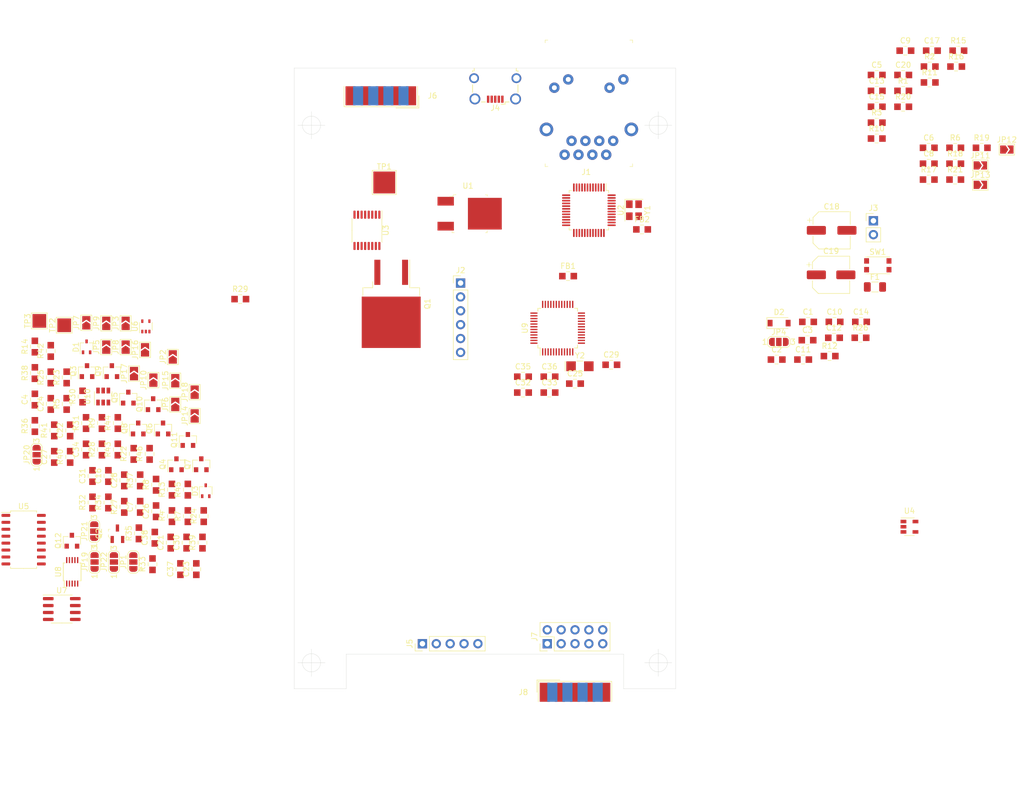
<source format=kicad_pcb>
(kicad_pcb (version 20171130) (host pcbnew 5.1.6-c6e7f7d~87~ubuntu16.04.1)
  (title_block (title "S-Band Amplifier Control Board, Version 1") (date 2020-12-27) (rev -) (company "VT Ground Station / Amateur Radio") (comment 2 creativecommons.org/licenses/by/4.0/) (comment 3 "License: CC BY 4.0") (comment 4 "Author: Zach Leffke, KJ4QLP"))
  (layers (0 F.Cu signal) (31 B.Cu signal) (34 B.Paste user) (35 F.Paste user) (36 B.SilkS user) (37 F.SilkS user) (38 B.Mask user) (39 F.Mask user) (44 Edge.Cuts user))
  (net 0 "")
  (net 1 PA_ALC_LVL)
  (net 2 GND)
  (net 3 +3V3)
  (net 4 PA_~DIS)
  (net 5 PA_~EN)
  (net 6 AIN3)
  (net 7 +5V)
  (net 8 AIN0)
  (net 9 AIN1)
  (net 10 "Net-(D1-Pad2)")
  (net 11 "Net-(D1-Pad1)")
  (net 12 "Net-(D2-Pad2)")
  (net 13 PA_28VDC)
  (net 14 PA_MUTE)
  (net 15 PA_ALC_DIS)
  (net 16 PA_REV)
  (net 17 PA_FWD)
  (net 18 "Net-(JP2-Pad1)")
  (net 19 +28V)
  (net 20 "Net-(JP10-Pad1)")
  (net 21 "Net-(JP11-Pad1)")
  (net 22 SDA_3V3)
  (net 23 SCL_3V3)
  (net 24 "Net-(JP12-Pad1)")
  (net 25 "Net-(JP18-Pad1)")
  (net 26 "Net-(Q1-Pad1)")
  (net 27 "Net-(Q2-Pad1)")
  (net 28 "Net-(Q3-Pad1)")
  (net 29 "Net-(Q3-Pad3)")
  (net 30 "Net-(Q4-Pad3)")
  (net 31 "Net-(Q4-Pad1)")
  (net 32 "Net-(Q5-Pad1)")
  (net 33 "Net-(Q6-Pad3)")
  (net 34 "Net-(Q6-Pad1)")
  (net 35 SCL_5V)
  (net 36 "Net-(Q11-Pad1)")
  (net 37 "Net-(Q10-Pad3)")
  (net 38 "Net-(Q10-Pad1)")
  (net 39 SDA_5V)
  (net 40 DO_PA_EN)
  (net 41 DO_PA_DIS)
  (net 42 DO_PA_MUTE)
  (net 43 DO_ALC_DIS)
  (net 44 ~ALERT_I)
  (net 45 AIN2)
  (net 46 ALERT_T)
  (net 47 "Net-(J2-Pad5)")
  (net 48 "Net-(U7-Pad1)")
  (net 49 "Net-(U7-Pad2)")
  (net 50 "Net-(U7-Pad5)")
  (net 51 "Net-(U7-Pad6)")
  (net 52 "Net-(U7-Pad7)")
  (net 53 +3.3VA)
  (net 54 GNDA)
  (net 55 "Net-(J4-Pad4)")
  (net 56 +12V)
  (net 57 "Net-(C13-Pad2)")
  (net 58 "Net-(D3-Pad2)")
  (net 59 "Net-(JP1-Pad2)")
  (net 60 "Net-(JP19-Pad1)")
  (net 61 "Net-(Q2-Pad3)")
  (net 62 "Net-(U3-Pad13)")
  (net 63 VBUS)
  (net 64 D-)
  (net 65 D+)
  (net 66 "Net-(SW1-Pad2)")
  (net 67 +28VDC_IN)
  (net 68 RXLED)
  (net 69 A5)
  (net 70 SWDIO)
  (net 71 SWCLK)
  (net 72 USBHOSTEN)
  (net 73 TXLED)
  (net 74 TXD)
  (net 75 RXD)
  (net 76 D7)
  (net 77 D6)
  (net 78 D12)
  (net 79 D10)
  (net 80 D13)
  (net 81 D11)
  (net 82 D5)
  (net 83 D2)
  (net 84 MISO)
  (net 85 SCK)
  (net 86 MOSI)
  (net 87 D4)
  (net 88 D3)
  (net 89 D1)
  (net 90 D0)
  (net 91 D9)
  (net 92 D8)
  (net 93 A4)
  (net 94 A3)
  (net 95 A2)
  (net 96 A1)
  (net 97 A0)
  (net 98 /NC)
  (net 99 THERMO)
  (net 100 "Net-(J8-Pad9)")
  (net 101 "Net-(J8-Pad8)")
  (net 102 "Net-(J8-Pad7)")
  (net 103 "Net-(J8-Pad6)")
  (net 104 "Net-(J8-Pad5)")
  (net 105 "Net-(J8-Pad4)")
  (net 106 "Net-(J8-Pad3)")
  (net 107 "Net-(J8-Pad2)")
  (net 108 "Net-(J8-Pad1)")
  (net 109 "Net-(C32-Pad1)")
  (net 110 XO)
  (net 111 XI)
  (net 112 ACTLED)
  (net 113 LINKLED)
  (net 114 IRQ_ETH)
  (net 115 TX-)
  (net 116 TX+)
  (net 117 "Net-(D3-Pad1)")
  (net 118 "Net-(J6-Pad9)")
  (net 119 "Net-(J6-Pad8)")
  (net 120 "Net-(J6-Pad7)")
  (net 121 "Net-(J6-Pad6)")
  (net 122 "Net-(J6-Pad5)")
  (net 123 "Net-(J6-Pad4)")
  (net 124 "Net-(J6-Pad3)")
  (net 125 "Net-(J6-Pad2)")
  (net 126 "Net-(J6-Pad1)")
  (net 127 "Net-(J7-Pad10)")
  (net 128 "Net-(R6-Pad1)")
  (net 129 "Net-(U2-Pad13)")
  (net 130 RX+)
  (net 131 RX-)
  (net 132 "Net-(JP20-Pad1)")
  (net 133 "Net-(JP21-Pad1)")
  (net 134 "Net-(JP22-Pad1)")
  (net 135 ETH_~RST)
  (net 136 ETH_CS)
  (net 137 "Net-(C2-Pad2)")
  (net 138 "Net-(C6-Pad1)")
  (net 139 "Net-(C8-Pad2)")
  (net 140 "Net-(C9-Pad2)")
  (net 141 "Net-(C14-Pad2)")
  (net 142 "Net-(C15-Pad2)")
  (net 143 "Net-(C35-Pad1)")
  (net 144 "Net-(J1-PadR8)")
  (net 145 "Net-(J1-PadR7)")
  (net 146 "Net-(J1-PadR2)")
  (net 147 "Net-(JP13-Pad1)")
  (net 148 "Net-(JP14-Pad1)")
  (net 149 "Net-(JP19-Pad3)")
  (net 150 "Net-(JP21-Pad3)")
  (net 151 "Net-(R10-Pad1)")
  (net 152 "Net-(R12-Pad1)")
  (net 153 "Net-(R15-Pad1)")
  (net 154 "Net-(R27-Pad2)")
  (net 155 "Net-(R28-Pad2)")
  (net 156 "Net-(R30-Pad2)")
  (net 157 "Net-(R39-Pad2)")
  (net 158 "Net-(U2-Pad47)")
  (net 159 "Net-(U2-Pad46)")
  (net 160 "Net-(U2-Pad42)")
  (net 161 "Net-(U2-Pad41)")
  (net 162 "Net-(U2-Pad40)")
  (net 163 "Net-(U2-Pad39)")
  (net 164 "Net-(U2-Pad38)")
  (net 165 "Net-(U2-Pad26)")
  (net 166 "Net-(U2-Pad24)")
  (net 167 "Net-(U2-Pad23)")
  (net 168 "Net-(U2-Pad18)")
  (net 169 "Net-(U2-Pad12)")
  (net 170 "Net-(U2-Pad7)")
  (net 171 "Net-(U6-Pad5)")
  (net 172 "Net-(U6-Pad1)")
  (net 173 "Net-(U7-Pad8)")
  (net 174 "Net-(U7-Pad4)")
  (net 175 "Net-(U7-Pad3)")
  (module Package_SO:SOIC-16_4.55x10.3mm_P1.27mm (layer F.Cu) (at 67.945 121.92)
    (fp_text reference U5 (at 0 -6.1) (layer F.SilkS))
    (fp_text value TLP291-4)
    (pad 16 smd roundrect (at 3.25 -4.445) (size 1.6 0.55) (layers F.Cu F.Paste F.Mask) (net 4 PA_~DIS))
    (pad 15 smd roundrect (at 3.25 -3.175) (size 1.6 0.55) (layers F.Cu F.Paste F.Mask) (net 2 GND))
    (pad 14 smd roundrect (at 3.25 -1.905) (size 1.6 0.55) (layers F.Cu F.Paste F.Mask) (net 5 PA_~EN))
    (pad 13 smd roundrect (at 3.25 -0.635) (size 1.6 0.55) (layers F.Cu F.Paste F.Mask) (net 2 GND))
    (pad 12 smd roundrect (at 3.25 0.635) (size 1.6 0.55) (layers F.Cu F.Paste F.Mask) (net 7 +5V))
    (pad 11 smd roundrect (at 3.25 1.905) (size 1.6 0.55) (layers F.Cu F.Paste F.Mask) (net 32 "Net-(Q5-Pad1)"))
    (pad 10 smd roundrect (at 3.25 3.175) (size 1.6 0.55) (layers F.Cu F.Paste F.Mask) (net 7 +5V))
    (pad 9 smd roundrect (at 3.25 4.445) (size 1.6 0.55) (layers F.Cu F.Paste F.Mask) (net 36 "Net-(Q11-Pad1)"))
    (pad 8 smd roundrect (at -3.25 4.445) (size 1.6 0.55) (layers F.Cu F.Paste F.Mask) (net 157 "Net-(R39-Pad2)"))
    (pad 7 smd roundrect (at -3.25 3.175) (size 1.6 0.55) (layers F.Cu F.Paste F.Mask) (net 3 +3V3))
    (pad 6 smd roundrect (at -3.25 1.905) (size 1.6 0.55) (layers F.Cu F.Paste F.Mask) (net 156 "Net-(R30-Pad2)"))
    (pad 5 smd roundrect (at -3.25 0.635) (size 1.6 0.55) (layers F.Cu F.Paste F.Mask) (net 3 +3V3))
    (pad 4 smd roundrect (at -3.25 -0.635) (size 1.6 0.55) (layers F.Cu F.Paste F.Mask) (net 155 "Net-(R28-Pad2)"))
    (pad 3 smd roundrect (at -3.25 -1.905) (size 1.6 0.55) (layers F.Cu F.Paste F.Mask) (net 3 +3V3))
    (pad 2 smd roundrect (at -3.25 -3.175) (size 1.6 0.55) (layers F.Cu F.Paste F.Mask) (net 154 "Net-(R27-Pad2)"))
    (pad 1 smd roundrect (at -3.25 -4.445) (size 1.6 0.55) (layers F.Cu F.Paste F.Mask) (net 3 +3V3))
  )
  (module digikey-footprints:0805 (layer F.Cu) (at 238.53 55.985)
    (fp_text reference R21 (at 0 -1.84) (layer F.SilkS))
    (fp_text value 10k)
    (pad 1 smd rect (at -1.05 0) (size 1.2 1.2) (layers F.Cu F.Paste F.Mask) (net 3 +3V3))
    (pad 2 smd rect (at 1.05 0) (size 1.2 1.2) (layers F.Cu F.Paste F.Mask) (net 147 "Net-(JP13-Pad1)"))
  )
  (module digikey-footprints:0805 (layer F.Cu) (at 243.38 50.165)
    (fp_text reference R19 (at 0 -1.84) (layer F.SilkS))
    (fp_text value 10k)
    (pad 1 smd rect (at -1.05 0) (size 1.2 1.2) (layers F.Cu F.Paste F.Mask) (net 3 +3V3))
    (pad 2 smd rect (at 1.05 0) (size 1.2 1.2) (layers F.Cu F.Paste F.Mask) (net 24 "Net-(JP12-Pad1)"))
  )
  (module digikey-footprints:0805 (layer F.Cu) (at 238.53 53.075)
    (fp_text reference R18 (at 0 -1.84) (layer F.SilkS))
    (fp_text value 10k)
    (pad 1 smd rect (at -1.05 0) (size 1.2 1.2) (layers F.Cu F.Paste F.Mask) (net 114 IRQ_ETH))
    (pad 2 smd rect (at 1.05 0) (size 1.2 1.2) (layers F.Cu F.Paste F.Mask) (net 3 +3V3))
  )
  (module digikey-footprints:0805 (layer F.Cu) (at 233.68 55.985)
    (fp_text reference R17 (at 0 -1.84) (layer F.SilkS))
    (fp_text value 10k)
    (pad 1 smd rect (at -1.05 0) (size 1.2 1.2) (layers F.Cu F.Paste F.Mask) (net 3 +3V3))
    (pad 2 smd rect (at 1.05 0) (size 1.2 1.2) (layers F.Cu F.Paste F.Mask) (net 21 "Net-(JP11-Pad1)"))
  )
  (module digikey-footprints:0805 (layer F.Cu) (at 238.53 50.165)
    (fp_text reference R6 (at 0 -1.84) (layer F.SilkS))
    (fp_text value 12.4k)
    (pad 1 smd rect (at -1.05 0) (size 1.2 1.2) (layers F.Cu F.Paste F.Mask) (net 128 "Net-(R6-Pad1)"))
    (pad 2 smd rect (at 1.05 0) (size 1.2 1.2) (layers F.Cu F.Paste F.Mask) (net 54 GNDA))
  )
  (module Jumper:SolderJumper-2_P1.3mm_Open_TrianglePad1.0x1.5mm (layer F.Cu) (at 243.13 56.945)
    (fp_text reference JP13 (at 0 -1.8) (layer F.SilkS))
    (fp_text value PMODE0)
    (pad 1 smd custom (at -0.725 0) (size 0.3 0.3) (layers F.Cu F.Mask) (net 147 "Net-(JP13-Pad1)") (options (clearance outline) (anchor rect)) (primitives (gr_poly (pts (xy -0.5 -0.75) (xy 0.5 -0.75) (xy 1 0) (xy 0.5 0.75) (xy -0.5 0.75)) (width 0))))
    (pad 2 smd custom (at 0.725 0) (size 0.3 0.3) (layers F.Cu F.Mask) (net 2 GND) (options (clearance outline) (anchor rect)) (primitives (gr_poly (pts (xy -0.65 -0.75) (xy 0.5 -0.75) (xy 0.5 0.75) (xy -0.65 0.75) (xy -0.15 0)) (width 0))))
  )
  (module Jumper:SolderJumper-2_P1.3mm_Open_TrianglePad1.0x1.5mm (layer F.Cu) (at 247.98 50.485)
    (fp_text reference JP12 (at 0 -1.8) (layer F.SilkS))
    (fp_text value PMODE1)
    (pad 1 smd custom (at -0.725 0) (size 0.3 0.3) (layers F.Cu F.Mask) (net 24 "Net-(JP12-Pad1)") (options (clearance outline) (anchor rect)) (primitives (gr_poly (pts (xy -0.5 -0.75) (xy 0.5 -0.75) (xy 1 0) (xy 0.5 0.75) (xy -0.5 0.75)) (width 0))))
    (pad 2 smd custom (at 0.725 0) (size 0.3 0.3) (layers F.Cu F.Mask) (net 2 GND) (options (clearance outline) (anchor rect)) (primitives (gr_poly (pts (xy -0.65 -0.75) (xy 0.5 -0.75) (xy 0.5 0.75) (xy -0.65 0.75) (xy -0.15 0)) (width 0))))
  )
  (module Jumper:SolderJumper-2_P1.3mm_Open_TrianglePad1.0x1.5mm (layer F.Cu) (at 243.13 53.395)
    (fp_text reference JP11 (at 0 -1.8) (layer F.SilkS))
    (fp_text value PMODE2)
    (pad 1 smd custom (at -0.725 0) (size 0.3 0.3) (layers F.Cu F.Mask) (net 21 "Net-(JP11-Pad1)") (options (clearance outline) (anchor rect)) (primitives (gr_poly (pts (xy -0.5 -0.75) (xy 0.5 -0.75) (xy 1 0) (xy 0.5 0.75) (xy -0.5 0.75)) (width 0))))
    (pad 2 smd custom (at 0.725 0) (size 0.3 0.3) (layers F.Cu F.Mask) (net 2 GND) (options (clearance outline) (anchor rect)) (primitives (gr_poly (pts (xy -0.65 -0.75) (xy 0.5 -0.75) (xy 0.5 0.75) (xy -0.65 0.75) (xy -0.15 0)) (width 0))))
  )
  (module digikey-footprints:0805 (layer F.Cu) (at 233.68 53.075)
    (fp_text reference C8 (at 0 -1.84) (layer F.SilkS))
    (fp_text value 1uF)
    (pad 1 smd rect (at -1.05 0) (size 1.2 1.2) (layers F.Cu F.Paste F.Mask) (net 54 GNDA))
    (pad 2 smd rect (at 1.05 0) (size 1.2 1.2) (layers F.Cu F.Paste F.Mask) (net 139 "Net-(C8-Pad2)"))
  )
  (module digikey-footprints:0805 (layer F.Cu) (at 233.68 50.165)
    (fp_text reference C6 (at 0 -1.84) (layer F.SilkS))
    (fp_text value 10uF)
    (pad 1 smd rect (at -1.05 0) (size 1.2 1.2) (layers F.Cu F.Paste F.Mask) (net 138 "Net-(C6-Pad1)"))
    (pad 2 smd rect (at 1.05 0) (size 1.2 1.2) (layers F.Cu F.Paste F.Mask) (net 54 GNDA))
  )
  (module Package_QFP:TQFP-48_7x7mm_P0.5mm (layer F.Cu) (at 165.735 83.185 90)
    (fp_text reference U9 (at 0 -6 90) (layer F.SilkS))
    (fp_text value ATSAMD21G18A-AUT)
    (pad 48 smd rect (at -2.75 -4.35 180) (size 1.3 0.25) (layers F.Cu F.Paste F.Mask) (net 68 RXLED))
    (pad 47 smd rect (at -2.25 -4.35 180) (size 1.3 0.25) (layers F.Cu F.Paste F.Mask) (net 69 A5))
    (pad 46 smd rect (at -1.75 -4.35 180) (size 1.3 0.25) (layers F.Cu F.Paste F.Mask) (net 70 SWDIO))
    (pad 45 smd rect (at -1.25 -4.35 180) (size 1.3 0.25) (layers F.Cu F.Paste F.Mask) (net 71 SWCLK))
    (pad 44 smd rect (at -0.75 -4.35 180) (size 1.3 0.25) (layers F.Cu F.Paste F.Mask) (net 3 +3V3))
    (pad 43 smd rect (at -0.25 -4.35 180) (size 1.3 0.25) (layers F.Cu F.Paste F.Mask) (net 3 +3V3))
    (pad 42 smd rect (at 0.25 -4.35 180) (size 1.3 0.25) (layers F.Cu F.Paste F.Mask) (net 2 GND))
    (pad 41 smd rect (at 0.75 -4.35 180) (size 1.3 0.25) (layers F.Cu F.Paste F.Mask) (net 72 USBHOSTEN))
    (pad 40 smd rect (at 1.25 -4.35 180) (size 1.3 0.25) (layers F.Cu F.Paste F.Mask) (net 66 "Net-(SW1-Pad2)"))
    (pad 39 smd rect (at 1.75 -4.35 180) (size 1.3 0.25) (layers F.Cu F.Paste F.Mask) (net 73 TXLED))
    (pad 38 smd rect (at 2.25 -4.35 180) (size 1.3 0.25) (layers F.Cu F.Paste F.Mask) (net 74 TXD))
    (pad 37 smd rect (at 2.75 -4.35 180) (size 1.3 0.25) (layers F.Cu F.Paste F.Mask) (net 75 RXD))
    (pad 36 smd rect (at 4.35 -2.75 90) (size 1.3 0.25) (layers F.Cu F.Paste F.Mask) (net 3 +3V3))
    (pad 35 smd rect (at 4.35 -2.25 90) (size 1.3 0.25) (layers F.Cu F.Paste F.Mask) (net 2 GND))
    (pad 34 smd rect (at 4.35 -1.75 90) (size 1.3 0.25) (layers F.Cu F.Paste F.Mask) (net 65 D+))
    (pad 33 smd rect (at 4.35 -1.25 90) (size 1.3 0.25) (layers F.Cu F.Paste F.Mask) (net 64 D-))
    (pad 32 smd rect (at 4.35 -0.75 90) (size 1.3 0.25) (layers F.Cu F.Paste F.Mask) (net 23 SCL_3V3))
    (pad 31 smd rect (at 4.35 -0.25 90) (size 1.3 0.25) (layers F.Cu F.Paste F.Mask) (net 22 SDA_3V3))
    (pad 30 smd rect (at 4.35 0.25 90) (size 1.3 0.25) (layers F.Cu F.Paste F.Mask) (net 76 D7))
    (pad 29 smd rect (at 4.35 0.75 90) (size 1.3 0.25) (layers F.Cu F.Paste F.Mask) (net 77 D6))
    (pad 28 smd rect (at 4.35 1.25 90) (size 1.3 0.25) (layers F.Cu F.Paste F.Mask) (net 78 D12))
    (pad 27 smd rect (at 4.35 1.75 90) (size 1.3 0.25) (layers F.Cu F.Paste F.Mask) (net 79 D10))
    (pad 26 smd rect (at 4.35 2.25 90) (size 1.3 0.25) (layers F.Cu F.Paste F.Mask) (net 80 D13))
    (pad 25 smd rect (at 4.35 2.75 90) (size 1.3 0.25) (layers F.Cu F.Paste F.Mask) (net 81 D11))
    (pad 24 smd rect (at 2.75 4.35 180) (size 1.3 0.25) (layers F.Cu F.Paste F.Mask) (net 82 D5))
    (pad 23 smd rect (at 2.25 4.35 180) (size 1.3 0.25) (layers F.Cu F.Paste F.Mask) (net 83 D2))
    (pad 22 smd rect (at 1.75 4.35 180) (size 1.3 0.25) (layers F.Cu F.Paste F.Mask) (net 98 /NC))
    (pad 21 smd rect (at 1.25 4.35 180) (size 1.3 0.25) (layers F.Cu F.Paste F.Mask) (net 84 MISO))
    (pad 20 smd rect (at 0.75 4.35 180) (size 1.3 0.25) (layers F.Cu F.Paste F.Mask) (net 85 SCK))
    (pad 19 smd rect (at 0.25 4.35 180) (size 1.3 0.25) (layers F.Cu F.Paste F.Mask) (net 86 MOSI))
    (pad 18 smd rect (at -0.25 4.35 180) (size 1.3 0.25) (layers F.Cu F.Paste F.Mask) (net 2 GND))
    (pad 17 smd rect (at -0.75 4.35 180) (size 1.3 0.25) (layers F.Cu F.Paste F.Mask) (net 3 +3V3))
    (pad 16 smd rect (at -1.25 4.35 180) (size 1.3 0.25) (layers F.Cu F.Paste F.Mask) (net 90 D0))
    (pad 15 smd rect (at -1.75 4.35 180) (size 1.3 0.25) (layers F.Cu F.Paste F.Mask) (net 89 D1))
    (pad 14 smd rect (at -2.25 4.35 180) (size 1.3 0.25) (layers F.Cu F.Paste F.Mask) (net 88 D3))
    (pad 13 smd rect (at -2.75 4.35 180) (size 1.3 0.25) (layers F.Cu F.Paste F.Mask) (net 87 D4))
    (pad 12 smd rect (at -4.35 2.75 90) (size 1.3 0.25) (layers F.Cu F.Paste F.Mask) (net 91 D9))
    (pad 11 smd rect (at -4.35 2.25 90) (size 1.3 0.25) (layers F.Cu F.Paste F.Mask) (net 92 D8))
    (pad 10 smd rect (at -4.35 1.75 90) (size 1.3 0.25) (layers F.Cu F.Paste F.Mask) (net 93 A4))
    (pad 9 smd rect (at -4.35 1.25 90) (size 1.3 0.25) (layers F.Cu F.Paste F.Mask) (net 94 A3))
    (pad 8 smd rect (at -4.35 0.75 90) (size 1.3 0.25) (layers F.Cu F.Paste F.Mask) (net 95 A2))
    (pad 7 smd rect (at -4.35 0.25 90) (size 1.3 0.25) (layers F.Cu F.Paste F.Mask) (net 96 A1))
    (pad 6 smd rect (at -4.35 -0.25 90) (size 1.3 0.25) (layers F.Cu F.Paste F.Mask) (net 3 +3V3))
    (pad 5 smd rect (at -4.35 -0.75 90) (size 1.3 0.25) (layers F.Cu F.Paste F.Mask) (net 2 GND))
    (pad 4 smd rect (at -4.35 -1.25 90) (size 1.3 0.25) (layers F.Cu F.Paste F.Mask) (net 3 +3V3))
    (pad 3 smd rect (at -4.35 -1.75 90) (size 1.3 0.25) (layers F.Cu F.Paste F.Mask) (net 97 A0))
    (pad 2 smd rect (at -4.35 -2.25 90) (size 1.3 0.25) (layers F.Cu F.Paste F.Mask) (net 143 "Net-(C35-Pad1)"))
    (pad 1 smd rect (at -4.35 -2.75 90) (size 1.3 0.25) (layers F.Cu F.Paste F.Mask) (net 109 "Net-(C32-Pad1)"))
  )
  (module Package_QFP:LQFP-48_7x7mm_P0.5mm (layer F.Cu) (at 171.45 61.595 270)
    (fp_text reference U2 (at 0 -5.85 90) (layer F.SilkS))
    (fp_text value W5500)
    (pad 48 smd roundrect (at -2.75 -4.1625 270) (size 0.3 1.475) (layers F.Cu F.Paste F.Mask) (net 54 GNDA))
    (pad 47 smd roundrect (at -2.25 -4.1625 270) (size 0.3 1.475) (layers F.Cu F.Paste F.Mask) (net 158 "Net-(U2-Pad47)"))
    (pad 46 smd roundrect (at -1.75 -4.1625 270) (size 0.3 1.475) (layers F.Cu F.Paste F.Mask) (net 159 "Net-(U2-Pad46)"))
    (pad 45 smd roundrect (at -1.25 -4.1625 270) (size 0.3 1.475) (layers F.Cu F.Paste F.Mask) (net 147 "Net-(JP13-Pad1)"))
    (pad 44 smd roundrect (at -0.75 -4.1625 270) (size 0.3 1.475) (layers F.Cu F.Paste F.Mask) (net 24 "Net-(JP12-Pad1)"))
    (pad 43 smd roundrect (at -0.25 -4.1625 270) (size 0.3 1.475) (layers F.Cu F.Paste F.Mask) (net 21 "Net-(JP11-Pad1)"))
    (pad 42 smd roundrect (at 0.25 -4.1625 270) (size 0.3 1.475) (layers F.Cu F.Paste F.Mask) (net 160 "Net-(U2-Pad42)"))
    (pad 41 smd roundrect (at 0.75 -4.1625 270) (size 0.3 1.475) (layers F.Cu F.Paste F.Mask) (net 161 "Net-(U2-Pad41)"))
    (pad 40 smd roundrect (at 1.25 -4.1625 270) (size 0.3 1.475) (layers F.Cu F.Paste F.Mask) (net 162 "Net-(U2-Pad40)"))
    (pad 39 smd roundrect (at 1.75 -4.1625 270) (size 0.3 1.475) (layers F.Cu F.Paste F.Mask) (net 163 "Net-(U2-Pad39)"))
    (pad 38 smd roundrect (at 2.25 -4.1625 270) (size 0.3 1.475) (layers F.Cu F.Paste F.Mask) (net 164 "Net-(U2-Pad38)"))
    (pad 37 smd roundrect (at 2.75 -4.1625 270) (size 0.3 1.475) (layers F.Cu F.Paste F.Mask) (net 135 ETH_~RST))
    (pad 36 smd roundrect (at 4.1625 -2.75 270) (size 1.475 0.3) (layers F.Cu F.Paste F.Mask) (net 114 IRQ_ETH))
    (pad 35 smd roundrect (at 4.1625 -2.25 270) (size 1.475 0.3) (layers F.Cu F.Paste F.Mask) (net 86 MOSI))
    (pad 34 smd roundrect (at 4.1625 -1.75 270) (size 1.475 0.3) (layers F.Cu F.Paste F.Mask) (net 84 MISO))
    (pad 33 smd roundrect (at 4.1625 -1.25 270) (size 1.475 0.3) (layers F.Cu F.Paste F.Mask) (net 85 SCK))
    (pad 32 smd roundrect (at 4.1625 -0.75 270) (size 1.475 0.3) (layers F.Cu F.Paste F.Mask) (net 136 ETH_CS))
    (pad 31 smd roundrect (at 4.1625 -0.25 270) (size 1.475 0.3) (layers F.Cu F.Paste F.Mask) (net 110 XO))
    (pad 30 smd roundrect (at 4.1625 0.25 270) (size 1.475 0.3) (layers F.Cu F.Paste F.Mask) (net 111 XI))
    (pad 29 smd roundrect (at 4.1625 0.75 270) (size 1.475 0.3) (layers F.Cu F.Paste F.Mask) (net 2 GND))
    (pad 28 smd roundrect (at 4.1625 1.25 270) (size 1.475 0.3) (layers F.Cu F.Paste F.Mask) (net 3 +3V3))
    (pad 27 smd roundrect (at 4.1625 1.75 270) (size 1.475 0.3) (layers F.Cu F.Paste F.Mask) (net 153 "Net-(R15-Pad1)"))
    (pad 26 smd roundrect (at 4.1625 2.25 270) (size 1.475 0.3) (layers F.Cu F.Paste F.Mask) (net 165 "Net-(U2-Pad26)"))
    (pad 25 smd roundrect (at 4.1625 2.75 270) (size 1.475 0.3) (layers F.Cu F.Paste F.Mask) (net 151 "Net-(R10-Pad1)"))
    (pad 24 smd roundrect (at 2.75 4.1625 270) (size 0.3 1.475) (layers F.Cu F.Paste F.Mask) (net 166 "Net-(U2-Pad24)"))
    (pad 23 smd roundrect (at 2.25 4.1625 270) (size 0.3 1.475) (layers F.Cu F.Paste F.Mask) (net 167 "Net-(U2-Pad23)"))
    (pad 22 smd roundrect (at 1.75 4.1625 270) (size 0.3 1.475) (layers F.Cu F.Paste F.Mask) (net 139 "Net-(C8-Pad2)"))
    (pad 21 smd roundrect (at 1.25 4.1625 270) (size 0.3 1.475) (layers F.Cu F.Paste F.Mask) (net 53 +3.3VA))
    (pad 20 smd roundrect (at 0.75 4.1625 270) (size 0.3 1.475) (layers F.Cu F.Paste F.Mask) (net 138 "Net-(C6-Pad1)"))
    (pad 19 smd roundrect (at 0.25 4.1625 270) (size 0.3 1.475) (layers F.Cu F.Paste F.Mask) (net 54 GNDA))
    (pad 18 smd roundrect (at -0.25 4.1625 270) (size 0.3 1.475) (layers F.Cu F.Paste F.Mask) (net 168 "Net-(U2-Pad18)"))
    (pad 17 smd roundrect (at -0.75 4.1625 270) (size 0.3 1.475) (layers F.Cu F.Paste F.Mask) (net 53 +3.3VA))
    (pad 16 smd roundrect (at -1.25 4.1625 270) (size 0.3 1.475) (layers F.Cu F.Paste F.Mask) (net 54 GNDA))
    (pad 15 smd roundrect (at -1.75 4.1625 270) (size 0.3 1.475) (layers F.Cu F.Paste F.Mask) (net 53 +3.3VA))
    (pad 14 smd roundrect (at -2.25 4.1625 270) (size 0.3 1.475) (layers F.Cu F.Paste F.Mask) (net 54 GNDA))
    (pad 13 smd roundrect (at -2.75 4.1625 270) (size 0.3 1.475) (layers F.Cu F.Paste F.Mask) (net 129 "Net-(U2-Pad13)"))
    (pad 12 smd roundrect (at -4.1625 2.75 270) (size 1.475 0.3) (layers F.Cu F.Paste F.Mask) (net 169 "Net-(U2-Pad12)"))
    (pad 11 smd roundrect (at -4.1625 2.25 270) (size 1.475 0.3) (layers F.Cu F.Paste F.Mask) (net 53 +3.3VA))
    (pad 10 smd roundrect (at -4.1625 1.75 270) (size 1.475 0.3) (layers F.Cu F.Paste F.Mask) (net 128 "Net-(R6-Pad1)"))
    (pad 9 smd roundrect (at -4.1625 1.25 270) (size 1.475 0.3) (layers F.Cu F.Paste F.Mask) (net 54 GNDA))
    (pad 8 smd roundrect (at -4.1625 0.75 270) (size 1.475 0.3) (layers F.Cu F.Paste F.Mask) (net 53 +3.3VA))
    (pad 7 smd roundrect (at -4.1625 0.25 270) (size 1.475 0.3) (layers F.Cu F.Paste F.Mask) (net 170 "Net-(U2-Pad7)"))
    (pad 6 smd roundrect (at -4.1625 -0.25 270) (size 1.475 0.3) (layers F.Cu F.Paste F.Mask) (net 130 RX+))
    (pad 5 smd roundrect (at -4.1625 -0.75 270) (size 1.475 0.3) (layers F.Cu F.Paste F.Mask) (net 131 RX-))
    (pad 4 smd roundrect (at -4.1625 -1.25 270) (size 1.475 0.3) (layers F.Cu F.Paste F.Mask) (net 53 +3.3VA))
    (pad 3 smd roundrect (at -4.1625 -1.75 270) (size 1.475 0.3) (layers F.Cu F.Paste F.Mask) (net 54 GNDA))
    (pad 2 smd roundrect (at -4.1625 -2.25 270) (size 1.475 0.3) (layers F.Cu F.Paste F.Mask) (net 116 TX+))
    (pad 1 smd roundrect (at -4.1625 -2.75 270) (size 1.475 0.3) (layers F.Cu F.Paste F.Mask) (net 115 TX-))
  )
  (module Crystal:Crystal_SMD_Abracon_ABM8G-4Pin_3.2x2.5mm (layer F.Cu) (at 179.705 61.595 270)
    (fp_text reference Y1 (at 0 -2.45 90) (layer F.SilkS))
    (fp_text value 25M,12p)
    (pad 4 smd rect (at -1.1 -0.85 270) (size 1.4 1.2) (layers F.Cu F.Paste F.Mask) (net 2 GND))
    (pad 3 smd rect (at 1.1 -0.85 270) (size 1.4 1.2) (layers F.Cu F.Paste F.Mask) (net 111 XI))
    (pad 2 smd rect (at 1.1 0.85 270) (size 1.4 1.2) (layers F.Cu F.Paste F.Mask) (net 2 GND))
    (pad 1 smd rect (at -1.1 0.85 270) (size 1.4 1.2) (layers F.Cu F.Paste F.Mask) (net 110 XO))
  )
  (module digikey-footprints:0805 (layer F.Cu) (at 238.705 35.29)
    (fp_text reference R16 (at 0 -1.84) (layer F.SilkS))
    (fp_text value 49.9)
    (pad 1 smd rect (at -1.05 0) (size 1.2 1.2) (layers F.Cu F.Paste F.Mask) (net 131 RX-))
    (pad 2 smd rect (at 1.05 0) (size 1.2 1.2) (layers F.Cu F.Paste F.Mask) (net 57 "Net-(C13-Pad2)"))
  )
  (module digikey-footprints:0805 (layer F.Cu) (at 224.155 48.47)
    (fp_text reference R10 (at 0 -1.84) (layer F.SilkS))
    (fp_text value 330)
    (pad 1 smd rect (at -1.05 0) (size 1.2 1.2) (layers F.Cu F.Paste F.Mask) (net 151 "Net-(R10-Pad1)"))
    (pad 2 smd rect (at 1.05 0) (size 1.2 1.2) (layers F.Cu F.Paste F.Mask) (net 113 LINKLED))
  )
  (module digikey-footprints:0805 (layer F.Cu) (at 233.855 38.2)
    (fp_text reference R11 (at 0 -1.84) (layer F.SilkS))
    (fp_text value 49.9)
    (pad 1 smd rect (at -1.05 0) (size 1.2 1.2) (layers F.Cu F.Paste F.Mask) (net 130 RX+))
    (pad 2 smd rect (at 1.05 0) (size 1.2 1.2) (layers F.Cu F.Paste F.Mask) (net 57 "Net-(C13-Pad2)"))
  )
  (module digikey-footprints:0805 (layer F.Cu) (at 229.005 42.65)
    (fp_text reference R20 (at 0 -1.84) (layer F.SilkS))
    (fp_text value 1M)
    (pad 1 smd rect (at -1.05 0) (size 1.2 1.2) (layers F.Cu F.Paste F.Mask) (net 110 XO))
    (pad 2 smd rect (at 1.05 0) (size 1.2 1.2) (layers F.Cu F.Paste F.Mask) (net 111 XI))
  )
  (module digikey-footprints:0805 (layer F.Cu) (at 239.105 32.38)
    (fp_text reference R15 (at 0 -1.84) (layer F.SilkS))
    (fp_text value 330)
    (pad 1 smd rect (at -1.05 0) (size 1.2 1.2) (layers F.Cu F.Paste F.Mask) (net 153 "Net-(R15-Pad1)"))
    (pad 2 smd rect (at 1.05 0) (size 1.2 1.2) (layers F.Cu F.Paste F.Mask) (net 112 ACTLED))
  )
  (module digikey-footprints:0805 (layer F.Cu) (at 224.155 45.56)
    (fp_text reference R3 (at 0 -1.84) (layer F.SilkS))
    (fp_text value 49.9)
    (pad 1 smd rect (at -1.05 0) (size 1.2 1.2) (layers F.Cu F.Paste F.Mask) (net 53 +3.3VA))
    (pad 2 smd rect (at 1.05 0) (size 1.2 1.2) (layers F.Cu F.Paste F.Mask) (net 116 TX+))
  )
  (module digikey-footprints:0805 (layer F.Cu) (at 233.855 35.29)
    (fp_text reference R2 (at 0 -1.84) (layer F.SilkS))
    (fp_text value 49.9)
    (pad 1 smd rect (at -1.05 0) (size 1.2 1.2) (layers F.Cu F.Paste F.Mask) (net 53 +3.3VA))
    (pad 2 smd rect (at 1.05 0) (size 1.2 1.2) (layers F.Cu F.Paste F.Mask) (net 146 "Net-(J1-PadR2)"))
  )
  (module digikey-footprints:0805 (layer F.Cu) (at 229.005 39.74)
    (fp_text reference R1 (at 0 -1.84) (layer F.SilkS))
    (fp_text value 10)
    (pad 1 smd rect (at -1.05 0) (size 1.2 1.2) (layers F.Cu F.Paste F.Mask) (net 53 +3.3VA))
    (pad 2 smd rect (at 1.05 0) (size 1.2 1.2) (layers F.Cu F.Paste F.Mask) (net 115 TX-))
  )
  (module digikey-footprints:RJ45_Female_RB1-125BAG1A (layer F.Cu) (at 175.895 48.895 180)
    (fp_text reference J1 (at 4.93 -5.72) (layer F.SilkS))
    (fp_text value RB1-125BAG1A)
    (pad L1 thru_hole circle (at 10.77 9.73 180) (size 1.9 1.9) (drill 0.9) (layers *.Cu *.Mask) (net 3 +3V3))
    (pad L2 thru_hole circle (at 8.23 11.25 180) (size 1.9 1.9) (drill 0.9) (layers *.Cu *.Mask) (net 113 LINKLED))
    (pad L3 thru_hole circle (at 0.66 9.73 180) (size 1.9 1.9) (drill 0.9) (layers *.Cu *.Mask) (net 3 +3V3))
    (pad L4 thru_hole circle (at -1.88 11.25 180) (size 1.9 1.9) (drill 0.9) (layers *.Cu *.Mask) (net 112 ACTLED))
    (pad SH thru_hole circle (at 12.22 2.1 180) (size 2.5 2.5) (drill 1.5) (layers *.Cu *.Mask) (net 2 GND))
    (pad SH thru_hole circle (at -3.33 2.1 180) (size 2.5 2.5) (drill 1.5) (layers *.Cu *.Mask) (net 2 GND))
    (pad "" np_thru_hole circle (at 10.16 6.35 180) (size 3.25 3.25) (drill 3.25) (layers *.Cu *.Mask))
    (pad "" np_thru_hole circle (at -1.27 6.35 180) (size 3.25 3.25) (drill 3.25) (layers *.Cu *.Mask))
    (pad R8 thru_hole circle (at 8.89 -2.54 180) (size 1.9 1.9) (drill 0.9) (layers *.Cu *.Mask) (net 144 "Net-(J1-PadR8)"))
    (pad R7 thru_hole circle (at 7.62 0 180) (size 1.9 1.9) (drill 0.9) (layers *.Cu *.Mask) (net 145 "Net-(J1-PadR7)"))
    (pad R6 thru_hole circle (at 6.35 -2.54 180) (size 1.9 1.9) (drill 0.9) (layers *.Cu *.Mask) (net 57 "Net-(C13-Pad2)"))
    (pad R5 thru_hole circle (at 5.08 0 180) (size 1.9 1.9) (drill 0.9) (layers *.Cu *.Mask) (net 2 GND))
    (pad R4 thru_hole circle (at 3.81 -2.54 180) (size 1.9 1.9) (drill 0.9) (layers *.Cu *.Mask) (net 2 GND))
    (pad R3 thru_hole circle (at 2.54 0 180) (size 1.9 1.9) (drill 0.9) (layers *.Cu *.Mask) (net 115 TX-))
    (pad R2 thru_hole circle (at 1.27 -2.54 180) (size 1.9 1.9) (drill 0.9) (layers *.Cu *.Mask) (net 146 "Net-(J1-PadR2)"))
    (pad R1 thru_hole circle (at 0 0 180) (size 1.9 1.9) (drill 0.9) (layers *.Cu *.Mask) (net 116 TX+))
  )
  (module digikey-footprints:0805 (layer F.Cu) (at 224.155 42.65)
    (fp_text reference C15 (at 0 -1.84) (layer F.SilkS))
    (fp_text value 0.01uF)
    (pad 1 smd rect (at -1.05 0) (size 1.2 1.2) (layers F.Cu F.Paste F.Mask) (net 131 RX-))
    (pad 2 smd rect (at 1.05 0) (size 1.2 1.2) (layers F.Cu F.Paste F.Mask) (net 142 "Net-(C15-Pad2)"))
  )
  (module digikey-footprints:0805 (layer F.Cu) (at 234.255 32.38)
    (fp_text reference C17 (at 0 -1.84) (layer F.SilkS))
    (fp_text value 12pF)
    (pad 1 smd rect (at -1.05 0) (size 1.2 1.2) (layers F.Cu F.Paste F.Mask) (net 2 GND))
    (pad 2 smd rect (at 1.05 0) (size 1.2 1.2) (layers F.Cu F.Paste F.Mask) (net 111 XI))
  )
  (module digikey-footprints:0805 (layer F.Cu) (at 229.005 36.83)
    (fp_text reference C20 (at 0 -1.84) (layer F.SilkS))
    (fp_text value 12pF)
    (pad 1 smd rect (at -1.05 0) (size 1.2 1.2) (layers F.Cu F.Paste F.Mask) (net 2 GND))
    (pad 2 smd rect (at 1.05 0) (size 1.2 1.2) (layers F.Cu F.Paste F.Mask) (net 110 XO))
  )
  (module digikey-footprints:0805 (layer F.Cu) (at 224.155 39.74)
    (fp_text reference C13 (at 0 -1.84) (layer F.SilkS))
    (fp_text value 0.01uF)
    (pad 1 smd rect (at -1.05 0) (size 1.2 1.2) (layers F.Cu F.Paste F.Mask) (net 54 GNDA))
    (pad 2 smd rect (at 1.05 0) (size 1.2 1.2) (layers F.Cu F.Paste F.Mask) (net 57 "Net-(C13-Pad2)"))
  )
  (module digikey-footprints:0805 (layer F.Cu) (at 229.405 32.38)
    (fp_text reference C9 (at 0 -1.84) (layer F.SilkS))
    (fp_text value 0.01uF)
    (pad 1 smd rect (at -1.05 0) (size 1.2 1.2) (layers F.Cu F.Paste F.Mask) (net 130 RX+))
    (pad 2 smd rect (at 1.05 0) (size 1.2 1.2) (layers F.Cu F.Paste F.Mask) (net 140 "Net-(C9-Pad2)"))
  )
  (module digikey-footprints:0805 (layer F.Cu) (at 224.155 36.83)
    (fp_text reference C5 (at 0 -1.84) (layer F.SilkS))
    (fp_text value 0.01uF)
    (pad 1 smd rect (at -1.05 0) (size 1.2 1.2) (layers F.Cu F.Paste F.Mask) (net 54 GNDA))
    (pad 2 smd rect (at 1.05 0) (size 1.2 1.2) (layers F.Cu F.Paste F.Mask) (net 115 TX-))
  )
  (module Crystal:Crystal_SMD_G8-2Pin_3.2x1.5mm_HandSoldering (layer F.Cu) (at 169.81 90.165)
    (fp_text reference Y2 (at 0 -1.95) (layer F.SilkS))
    (fp_text value 32.768)
    (pad 2 smd rect (at 1.625 0) (size 1.75 1.8) (layers F.Cu F.Paste F.Mask) (net 109 "Net-(C32-Pad1)"))
    (pad 1 smd rect (at -1.625 0) (size 1.75 1.8) (layers F.Cu F.Paste F.Mask) (net 143 "Net-(C35-Pad1)"))
  )
  (module digikey-footprints:0805 (layer F.Cu) (at 175.56 89.895)
    (fp_text reference C29 (at 0 -1.84) (layer F.SilkS))
    (fp_text value 0.1uF)
    (pad 1 smd rect (at -1.05 0) (size 1.2 1.2) (layers F.Cu F.Paste F.Mask) (net 2 GND))
    (pad 2 smd rect (at 1.05 0) (size 1.2 1.2) (layers F.Cu F.Paste F.Mask) (net 45 AIN2))
  )
  (module digikey-footprints:0805 (layer F.Cu) (at 168.91 93.345)
    (fp_text reference C25 (at 0 -1.84) (layer F.SilkS))
    (fp_text value 1uF)
    (pad 1 smd rect (at -1.05 0) (size 1.2 1.2) (layers F.Cu F.Paste F.Mask) (net 2 GND))
    (pad 2 smd rect (at 1.05 0) (size 1.2 1.2) (layers F.Cu F.Paste F.Mask) (net 99 THERMO))
  )
  (module Connector_Dsub:DSUB-9_Male_EdgeMount_P2.77mm (layer F.Cu) (at 133.35 40.64 180)
    (fp_text reference J6 (at -9.463333 0) (layer F.SilkS))
    (fp_text value RS485)
    (pad 9 smd rect (at 4.155 0 180) (size 1.846667 3.48) (layers B.Cu B.Paste B.Mask) (net 118 "Net-(J6-Pad9)"))
    (pad 8 smd rect (at 1.385 0 180) (size 1.846667 3.48) (layers B.Cu B.Paste B.Mask) (net 119 "Net-(J6-Pad8)"))
    (pad 7 smd rect (at -1.385 0 180) (size 1.846667 3.48) (layers B.Cu B.Paste B.Mask) (net 120 "Net-(J6-Pad7)"))
    (pad 6 smd rect (at -4.155 0 180) (size 1.846667 3.48) (layers B.Cu B.Paste B.Mask) (net 121 "Net-(J6-Pad6)"))
    (pad 5 smd rect (at 5.54 0 180) (size 1.846667 3.48) (layers F.Cu F.Paste F.Mask) (net 122 "Net-(J6-Pad5)"))
    (pad 4 smd rect (at 2.77 0 180) (size 1.846667 3.48) (layers F.Cu F.Paste F.Mask) (net 123 "Net-(J6-Pad4)"))
    (pad 3 smd rect (at 0 0 180) (size 1.846667 3.48) (layers F.Cu F.Paste F.Mask) (net 124 "Net-(J6-Pad3)"))
    (pad 2 smd rect (at -2.77 0 180) (size 1.846667 3.48) (layers F.Cu F.Paste F.Mask) (net 125 "Net-(J6-Pad2)"))
    (pad 1 smd rect (at -5.54 0 180) (size 1.846667 3.48) (layers F.Cu F.Paste F.Mask) (net 126 "Net-(J6-Pad1)"))
  )
  (module digikey-footprints:0805 (layer F.Cu) (at 107.62 77.87)
    (fp_text reference R29 (at 0 -1.84) (layer F.SilkS))
    (fp_text value 10k)
    (pad 1 smd rect (at -1.05 0) (size 1.2 1.2) (layers F.Cu F.Paste F.Mask) (net 3 +3V3))
    (pad 2 smd rect (at 1.05 0) (size 1.2 1.2) (layers F.Cu F.Paste F.Mask) (net 99 THERMO))
  )
  (module Connector_PinHeader_2.54mm:PinHeader_1x05_P2.54mm_Vertical (layer F.Cu) (at 140.97 140.97 90)
    (fp_text reference J5 (at 0 -2.33 90) (layer F.SilkS))
    (fp_text value THERMO)
    (pad 5 thru_hole oval (at 0 10.16 90) (size 1.7 1.7) (drill 1) (layers *.Cu *.Mask) (net 2 GND))
    (pad 4 thru_hole oval (at 0 7.62 90) (size 1.7 1.7) (drill 1) (layers *.Cu *.Mask) (net 3 +3V3))
    (pad 3 thru_hole oval (at 0 5.08 90) (size 1.7 1.7) (drill 1) (layers *.Cu *.Mask) (net 45 AIN2))
    (pad 2 thru_hole oval (at 0 2.54 90) (size 1.7 1.7) (drill 1) (layers *.Cu *.Mask) (net 2 GND))
    (pad 1 thru_hole rect (at 0 0 90) (size 1.7 1.7) (drill 1) (layers *.Cu *.Mask) (net 99 THERMO))
  )
  (module digikey-footprints:0805 (layer F.Cu) (at 164.235 94.985)
    (fp_text reference C33 (at 0 -1.84) (layer F.SilkS))
    (fp_text value 1uF)
    (pad 1 smd rect (at -1.05 0) (size 1.2 1.2) (layers F.Cu F.Paste F.Mask) (net 2 GND))
    (pad 2 smd rect (at 1.05 0) (size 1.2 1.2) (layers F.Cu F.Paste F.Mask) (net 3 +3V3))
  )
  (module digikey-footprints:0805 (layer F.Cu) (at 164.235 92.075)
    (fp_text reference C36 (at 0 -1.84) (layer F.SilkS))
    (fp_text value 10uF)
    (pad 1 smd rect (at -1.05 0) (size 1.2 1.2) (layers F.Cu F.Paste F.Mask) (net 2 GND))
    (pad 2 smd rect (at 1.05 0) (size 1.2 1.2) (layers F.Cu F.Paste F.Mask) (net 3 +3V3))
  )
  (module digikey-footprints:0805 (layer F.Cu) (at 159.385 94.985)
    (fp_text reference C32 (at 0 -1.84) (layer F.SilkS))
    (fp_text value 22pF)
    (pad 1 smd rect (at -1.05 0) (size 1.2 1.2) (layers F.Cu F.Paste F.Mask) (net 109 "Net-(C32-Pad1)"))
    (pad 2 smd rect (at 1.05 0) (size 1.2 1.2) (layers F.Cu F.Paste F.Mask) (net 2 GND))
  )
  (module digikey-footprints:0805 (layer F.Cu) (at 159.385 92.075)
    (fp_text reference C35 (at 0 -1.84) (layer F.SilkS))
    (fp_text value 22pF)
    (pad 1 smd rect (at -1.05 0) (size 1.2 1.2) (layers F.Cu F.Paste F.Mask) (net 143 "Net-(C35-Pad1)"))
    (pad 2 smd rect (at 1.05 0) (size 1.2 1.2) (layers F.Cu F.Paste F.Mask) (net 2 GND))
  )
  (module TestPoint:TestPoint_Pad_4.0x4.0mm (layer F.Cu) (at 133.985 56.515)
    (fp_text reference TP1 (at 0 -2.898) (layer F.SilkS))
    (fp_text value +28VDC_IN)
    (pad 1 smd rect (at 0 0) (size 4 4) (layers F.Cu F.Mask) (net 67 +28VDC_IN))
  )
  (module Package_SO:SOIC-8_3.9x4.9mm_P1.27mm (layer F.Cu) (at 74.93 134.62)
    (fp_text reference U7 (at 0 -3.4) (layer F.SilkS))
    (fp_text value MAX3485)
    (pad 8 smd roundrect (at 2.475 -1.905) (size 1.95 0.6) (layers F.Cu F.Paste F.Mask) (net 173 "Net-(U7-Pad8)"))
    (pad 7 smd roundrect (at 2.475 -0.635) (size 1.95 0.6) (layers F.Cu F.Paste F.Mask) (net 52 "Net-(U7-Pad7)"))
    (pad 6 smd roundrect (at 2.475 0.635) (size 1.95 0.6) (layers F.Cu F.Paste F.Mask) (net 51 "Net-(U7-Pad6)"))
    (pad 5 smd roundrect (at 2.475 1.905) (size 1.95 0.6) (layers F.Cu F.Paste F.Mask) (net 50 "Net-(U7-Pad5)"))
    (pad 4 smd roundrect (at -2.475 1.905) (size 1.95 0.6) (layers F.Cu F.Paste F.Mask) (net 174 "Net-(U7-Pad4)"))
    (pad 3 smd roundrect (at -2.475 0.635) (size 1.95 0.6) (layers F.Cu F.Paste F.Mask) (net 175 "Net-(U7-Pad3)"))
    (pad 2 smd roundrect (at -2.475 -0.635) (size 1.95 0.6) (layers F.Cu F.Paste F.Mask) (net 49 "Net-(U7-Pad2)"))
    (pad 1 smd roundrect (at -2.475 -1.905) (size 1.95 0.6) (layers F.Cu F.Paste F.Mask) (net 48 "Net-(U7-Pad1)"))
  )
  (module Button_Switch_SMD:SW_Push_1P1T_NO_CK_KMR2 (layer F.Cu) (at 224.35 71.678)
    (fp_text reference SW1 (at 0 -2.45) (layer F.SilkS))
    (fp_text value RESET)
    (pad 2 smd rect (at 2.05 0.8) (size 0.9 1) (layers F.Cu F.Paste F.Mask) (net 66 "Net-(SW1-Pad2)"))
    (pad 1 smd rect (at 2.05 -0.8) (size 0.9 1) (layers F.Cu F.Paste F.Mask) (net 2 GND))
    (pad 2 smd rect (at -2.05 0.8) (size 0.9 1) (layers F.Cu F.Paste F.Mask) (net 66 "Net-(SW1-Pad2)"))
    (pad 1 smd rect (at -2.05 -0.8) (size 0.9 1) (layers F.Cu F.Paste F.Mask) (net 2 GND))
  )
  (module Connector_PinHeader_2.54mm:PinHeader_1x02_P2.54mm_Vertical (layer F.Cu) (at 223.55 63.528)
    (fp_text reference J3 (at 0 -2.33) (layer F.SilkS))
    (fp_text value ~DIS)
    (pad 2 thru_hole oval (at 0 2.54) (size 1.7 1.7) (drill 1) (layers *.Cu *.Mask) (net 2 GND))
    (pad 1 thru_hole rect (at 0 0) (size 1.7 1.7) (drill 1) (layers *.Cu *.Mask) (net 47 "Net-(J2-Pad5)"))
  )
  (module Connector_USB:USB_Micro-B_Wuerth_629105150521_CircularHoles (layer F.Cu) (at 154.305 39.37 180)
    (fp_text reference J4 (at 0 -3.5) (layer F.SilkS))
    (fp_text value USB_B_Micro)
    (pad "" np_thru_hole circle (at 2.5 -0.8 180) (size 0.8 0.8) (drill 0.8) (layers *.Cu *.Mask))
    (pad "" np_thru_hole circle (at -2.5 -0.8 180) (size 0.8 0.8) (drill 0.8) (layers *.Cu *.Mask))
    (pad 6 thru_hole circle (at 3.875 1.95 180) (size 1.8 1.8) (drill 1.2) (layers *.Cu *.Mask) (net 2 GND))
    (pad 6 thru_hole circle (at -3.875 1.95 180) (size 1.8 1.8) (drill 1.2) (layers *.Cu *.Mask) (net 2 GND))
    (pad 6 thru_hole circle (at 3.725 -1.85 180) (size 2 2) (drill 1.4) (layers *.Cu *.Mask) (net 2 GND))
    (pad 6 thru_hole circle (at -3.725 -1.85 180) (size 2 2) (drill 1.4) (layers *.Cu *.Mask) (net 2 GND))
    (pad 5 smd rect (at 1.3 -1.9 180) (size 0.45 1.3) (layers F.Cu F.Paste F.Mask) (net 2 GND))
    (pad 4 smd rect (at 0.65 -1.9 180) (size 0.45 1.3) (layers F.Cu F.Paste F.Mask) (net 55 "Net-(J4-Pad4)"))
    (pad 3 smd rect (at 0 -1.9 180) (size 0.45 1.3) (layers F.Cu F.Paste F.Mask) (net 64 D-))
    (pad 2 smd rect (at -0.65 -1.9 180) (size 0.45 1.3) (layers F.Cu F.Paste F.Mask) (net 65 D+))
    (pad 1 smd rect (at -1.3 -1.9 180) (size 0.45 1.3) (layers F.Cu F.Paste F.Mask) (net 63 VBUS))
  )
  (module Fuse:Fuse_1206_3216Metric (layer F.Cu) (at 223.83 75.648)
    (fp_text reference F1 (at 0 -1.82) (layer F.SilkS))
    (fp_text value 500mA)
    (pad 2 smd roundrect (at 1.4 0) (size 1.25 1.75) (layers F.Cu F.Paste F.Mask) (roundrect_rratio 0.2) (net 63 VBUS))
    (pad 1 smd roundrect (at -1.4 0) (size 1.25 1.75) (layers F.Cu F.Paste F.Mask) (roundrect_rratio 0.2) (net 12 "Net-(D2-Pad2)"))
  )
  (module Capacitor_SMD:CP_Elec_6.3x7.7 (layer F.Cu) (at 215.8 73.428)
    (fp_text reference C19 (at 0 -4.35) (layer F.SilkS))
    (fp_text value 100uF)
    (pad 2 smd roundrect (at 2.7 0) (size 3.5 1.6) (layers F.Cu F.Paste F.Mask) (roundrect_rratio 0.15625) (net 2 GND))
    (pad 1 smd roundrect (at -2.7 0) (size 3.5 1.6) (layers F.Cu F.Paste F.Mask) (roundrect_rratio 0.15625) (net 56 +12V))
  )
  (module Capacitor_SMD:CP_Elec_6.3x5.4 (layer F.Cu) (at 215.9 65.278)
    (fp_text reference C18 (at 0 -4.35) (layer F.SilkS))
    (fp_text value 33uF)
    (pad 2 smd roundrect (at 2.8 0) (size 3.5 1.6) (layers F.Cu F.Paste F.Mask) (roundrect_rratio 0.15625) (net 2 GND))
    (pad 1 smd roundrect (at -2.8 0) (size 3.5 1.6) (layers F.Cu F.Paste F.Mask) (roundrect_rratio 0.15625) (net 19 +28V))
  )
  (module digikey-footprints:0805 (layer F.Cu) (at 221.182 84.952)
    (fp_text reference R26 (at 0 -1.84) (layer F.SilkS))
    (fp_text value 10k)
    (pad 1 smd rect (at -1.05 0) (size 1.2 1.2) (layers F.Cu F.Paste F.Mask) (net 19 +28V))
    (pad 2 smd rect (at 1.05 0) (size 1.2 1.2) (layers F.Cu F.Paste F.Mask) (net 47 "Net-(J2-Pad5)"))
  )
  (module digikey-footprints:0805 (layer F.Cu) (at 215.532 88.302)
    (fp_text reference R12 (at 0 -1.84) (layer F.SilkS))
    (fp_text value 10k)
    (pad 1 smd rect (at -1.05 0) (size 1.2 1.2) (layers F.Cu F.Paste F.Mask) (net 152 "Net-(R12-Pad1)"))
    (pad 2 smd rect (at 1.05 0) (size 1.2 1.2) (layers F.Cu F.Paste F.Mask) (net 7 +5V))
  )
  (module Jumper:SolderJumper-3_P1.3mm_Open_RoundedPad1.0x1.5mm_NumberLabels (layer F.Cu) (at 206.232 85.712)
    (fp_text reference JP4 (at 0 -1.8) (layer F.SilkS))
    (fp_text value FWD1)
    (fp_text user 1 (at -2.6 0) (layer F.SilkS))
    (fp_text user 3 (at 2.6 0) (layer F.SilkS))
    (pad 2 smd rect (at 0 0) (size 1 1.5) (layers F.Cu F.Mask) (net 7 +5V))
    (pad 3 smd custom (at 1.3 0) (size 1 0.5) (layers F.Cu F.Mask) (net 137 "Net-(C2-Pad2)") (options (clearance outline) (anchor rect)) (primitives (gr_circle (center 0 0.25) (end 0.5 0.25) (width 0)) (gr_circle (center 0 -0.25) (end 0.5 -0.25) (width 0)) (gr_poly (pts (xy -0.55 -0.75) (xy 0 -0.75) (xy 0 0.75) (xy -0.55 0.75)) (width 0))))
    (pad 1 smd custom (at -1.3 0) (size 1 0.5) (layers F.Cu F.Mask) (net 12 "Net-(D2-Pad2)") (options (clearance outline) (anchor rect)) (primitives (gr_circle (center 0 0.25) (end 0.5 0.25) (width 0)) (gr_circle (center 0 -0.25) (end 0.5 -0.25) (width 0)) (gr_poly (pts (xy 0.55 -0.75) (xy 0 -0.75) (xy 0 0.75) (xy 0.55 0.75)) (width 0))))
  )
  (module Diode_SMD:D_SOD-123 (layer F.Cu) (at 206.282 82.262)
    (fp_text reference D2 (at 0 -2) (layer F.SilkS))
    (fp_text value MBR120)
    (pad 2 smd rect (at 1.65 0) (size 0.9 1.2) (layers F.Cu F.Paste F.Mask) (net 12 "Net-(D2-Pad2)"))
    (pad 1 smd rect (at -1.65 0) (size 0.9 1.2) (layers F.Cu F.Paste F.Mask) (net 7 +5V))
  )
  (module digikey-footprints:0805 (layer F.Cu) (at 221.282 82.042)
    (fp_text reference C14 (at 0 -1.84) (layer F.SilkS))
    (fp_text value 0.1uF)
    (pad 1 smd rect (at -1.05 0) (size 1.2 1.2) (layers F.Cu F.Paste F.Mask) (net 2 GND))
    (pad 2 smd rect (at 1.05 0) (size 1.2 1.2) (layers F.Cu F.Paste F.Mask) (net 141 "Net-(C14-Pad2)"))
  )
  (module digikey-footprints:0805 (layer F.Cu) (at 216.332 84.952)
    (fp_text reference C12 (at 0 -1.84) (layer F.SilkS))
    (fp_text value 1uF)
    (pad 1 smd rect (at -1.05 0) (size 1.2 1.2) (layers F.Cu F.Paste F.Mask) (net 2 GND))
    (pad 2 smd rect (at 1.05 0) (size 1.2 1.2) (layers F.Cu F.Paste F.Mask) (net 3 +3V3))
  )
  (module digikey-footprints:0805 (layer F.Cu) (at 210.682 88.942)
    (fp_text reference C11 (at 0 -1.84) (layer F.SilkS))
    (fp_text value 10uF)
    (pad 1 smd rect (at -1.05 0) (size 1.2 1.2) (layers F.Cu F.Paste F.Mask) (net 2 GND))
    (pad 2 smd rect (at 1.05 0) (size 1.2 1.2) (layers F.Cu F.Paste F.Mask) (net 3 +3V3))
  )
  (module digikey-footprints:0805 (layer F.Cu) (at 216.432 82.042)
    (fp_text reference C10 (at 0 -1.84) (layer F.SilkS))
    (fp_text value 10uF)
    (pad 1 smd rect (at -1.05 0) (size 1.2 1.2) (layers F.Cu F.Paste F.Mask) (net 2 GND))
    (pad 2 smd rect (at 1.05 0) (size 1.2 1.2) (layers F.Cu F.Paste F.Mask) (net 7 +5V))
  )
  (module digikey-footprints:0805 (layer F.Cu) (at 211.482 85.392)
    (fp_text reference C3 (at 0 -1.84) (layer F.SilkS))
    (fp_text value 1uF)
    (pad 1 smd rect (at -1.05 0) (size 1.2 1.2) (layers F.Cu F.Paste F.Mask) (net 2 GND))
    (pad 2 smd rect (at 1.05 0) (size 1.2 1.2) (layers F.Cu F.Paste F.Mask) (net 137 "Net-(C2-Pad2)"))
  )
  (module digikey-footprints:0805 (layer F.Cu) (at 205.832 88.942)
    (fp_text reference C2 (at 0 -1.84) (layer F.SilkS))
    (fp_text value 10uF)
    (pad 1 smd rect (at -1.05 0) (size 1.2 1.2) (layers F.Cu F.Paste F.Mask) (net 2 GND))
    (pad 2 smd rect (at 1.05 0) (size 1.2 1.2) (layers F.Cu F.Paste F.Mask) (net 137 "Net-(C2-Pad2)"))
  )
  (module digikey-footprints:0805 (layer F.Cu) (at 211.582 82.042)
    (fp_text reference C1 (at 0 -1.84) (layer F.SilkS))
    (fp_text value 10uF)
    (pad 1 smd rect (at -1.05 0) (size 1.2 1.2) (layers F.Cu F.Paste F.Mask) (net 2 GND))
    (pad 2 smd rect (at 1.05 0) (size 1.2 1.2) (layers F.Cu F.Paste F.Mask) (net 56 +12V))
  )
  (module Connector_PinHeader_2.54mm:PinHeader_1x06_P2.54mm_Vertical (layer F.Cu) (at 147.955 74.93)
    (fp_text reference J2 (at 0 -2.33) (layer F.SilkS))
    (fp_text value KA278R12C)
    (pad 6 thru_hole oval (at 0 12.7) (size 1.7 1.7) (drill 1) (layers *.Cu *.Mask) (net 2 GND))
    (pad 5 thru_hole oval (at 0 10.16) (size 1.7 1.7) (drill 1) (layers *.Cu *.Mask) (net 47 "Net-(J2-Pad5)"))
    (pad 4 thru_hole oval (at 0 7.62) (size 1.7 1.7) (drill 1) (layers *.Cu *.Mask) (net 2 GND))
    (pad 3 thru_hole oval (at 0 5.08) (size 1.7 1.7) (drill 1) (layers *.Cu *.Mask) (net 56 +12V))
    (pad 2 thru_hole oval (at 0 2.54) (size 1.7 1.7) (drill 1) (layers *.Cu *.Mask) (net 19 +28V))
    (pad 1 thru_hole rect (at 0 0) (size 1.7 1.7) (drill 1) (layers *.Cu *.Mask) (net 19 +28V))
  )
  (module digikey-footprints:TO-252-3 (layer F.Cu) (at 149.31 62.23)
    (fp_text reference U1 (at 0 -5.1 180) (layer F.SilkS))
    (fp_text value MC7805BDTRKG)
    (pad 3 smd rect (at -4.08 2.285 180) (size 3 1.6) (layers F.Cu F.Paste F.Mask) (net 137 "Net-(C2-Pad2)"))
    (pad 4 smd rect (at 3.09 0 180) (size 6.2 5.8) (layers F.Cu F.Paste F.Mask) (net 2 GND))
    (pad 1 smd rect (at -4.08 -2.285 180) (size 3 1.6) (layers F.Cu F.Paste F.Mask) (net 56 +12V))
  )
  (module digikey-footprints:0805 (layer F.Cu) (at 181.19 65.11)
    (fp_text reference FB2 (at 0 -1.84) (layer F.SilkS))
    (fp_text value Ferrite_Bead_Small)
    (pad 1 smd rect (at -1.05 0) (size 1.2 1.2) (layers F.Cu F.Paste F.Mask) (net 54 GNDA))
    (pad 2 smd rect (at 1.05 0) (size 1.2 1.2) (layers F.Cu F.Paste F.Mask) (net 2 GND))
  )
  (module digikey-footprints:0805 (layer F.Cu) (at 167.64 73.66)
    (fp_text reference FB1 (at 0 -1.84) (layer F.SilkS))
    (fp_text value Ferrite_Bead_Small)
    (pad 1 smd rect (at -1.05 0) (size 1.2 1.2) (layers F.Cu F.Paste F.Mask) (net 53 +3.3VA))
    (pad 2 smd rect (at 1.05 0) (size 1.2 1.2) (layers F.Cu F.Paste F.Mask) (net 3 +3V3))
  )
  (module Package_TO_SOT_SMD:SOT-23-5 (layer F.Cu) (at 230.15 119.55)
    (fp_text reference U4 (at 0 -2.9) (layer F.SilkS))
    (fp_text value SPX3819M5-L-3-3)
    (pad 5 smd rect (at 1.1 -0.95) (size 1.06 0.65) (layers F.Cu F.Paste F.Mask) (net 3 +3V3))
    (pad 4 smd rect (at 1.1 0.95) (size 1.06 0.65) (layers F.Cu F.Paste F.Mask) (net 141 "Net-(C14-Pad2)"))
    (pad 3 smd rect (at -1.1 0.95) (size 1.06 0.65) (layers F.Cu F.Paste F.Mask) (net 152 "Net-(R12-Pad1)"))
    (pad 2 smd rect (at -1.1 0) (size 1.06 0.65) (layers F.Cu F.Paste F.Mask) (net 2 GND))
    (pad 1 smd rect (at -1.1 -0.95) (size 1.06 0.65) (layers F.Cu F.Paste F.Mask) (net 7 +5V))
  )
  (module Connector_Dsub:DSUB-9_Male_EdgeMount_P2.77mm (layer F.Cu) (at 168.91 149.86)
    (fp_text reference J8 (at -9.463333 0) (layer F.SilkS))
    (fp_text value AMP)
    (pad 9 smd rect (at 4.155 0) (size 1.846667 3.48) (layers B.Cu B.Paste B.Mask) (net 100 "Net-(J8-Pad9)"))
    (pad 8 smd rect (at 1.385 0) (size 1.846667 3.48) (layers B.Cu B.Paste B.Mask) (net 101 "Net-(J8-Pad8)"))
    (pad 7 smd rect (at -1.385 0) (size 1.846667 3.48) (layers B.Cu B.Paste B.Mask) (net 102 "Net-(J8-Pad7)"))
    (pad 6 smd rect (at -4.155 0) (size 1.846667 3.48) (layers B.Cu B.Paste B.Mask) (net 103 "Net-(J8-Pad6)"))
    (pad 5 smd rect (at 5.54 0) (size 1.846667 3.48) (layers F.Cu F.Paste F.Mask) (net 104 "Net-(J8-Pad5)"))
    (pad 4 smd rect (at 2.77 0) (size 1.846667 3.48) (layers F.Cu F.Paste F.Mask) (net 105 "Net-(J8-Pad4)"))
    (pad 3 smd rect (at 0 0) (size 1.846667 3.48) (layers F.Cu F.Paste F.Mask) (net 106 "Net-(J8-Pad3)"))
    (pad 2 smd rect (at -2.77 0) (size 1.846667 3.48) (layers F.Cu F.Paste F.Mask) (net 107 "Net-(J8-Pad2)"))
    (pad 1 smd rect (at -5.54 0) (size 1.846667 3.48) (layers F.Cu F.Paste F.Mask) (net 108 "Net-(J8-Pad1)"))
  )
  (module Package_TO_SOT_SMD:TO-263-2 (layer F.Cu) (at 135.255 78.74 270)
    (fp_text reference Q1 (at 0 -6.65 90) (layer F.SilkS))
    (fp_text value FQP27P06)
    (pad 2 smd rect (at 3.375 0 270) (size 9.4 10.8) (layers F.Cu F.Mask) (net 13 PA_28VDC))
    (pad 3 smd rect (at -5.775 2.54 270) (size 4.6 1.1) (layers F.Cu F.Paste F.Mask) (net 19 +28V))
    (pad 1 smd rect (at -5.775 -2.54 270) (size 4.6 1.1) (layers F.Cu F.Paste F.Mask) (net 26 "Net-(Q1-Pad1)"))
  )
  (module Package_TO_SOT_SMD:SOT-23-6 (layer F.Cu) (at 82.515 95.71 90)
    (fp_text reference U10 (at 0 -2.9 90) (layer F.SilkS))
    (fp_text value MCP4725A1T-E/CH)
    (pad 5 smd rect (at 1.1 0 90) (size 1.06 0.65) (layers F.Cu F.Paste F.Mask) (net 35 SCL_5V))
    (pad 6 smd rect (at 1.1 -0.95 90) (size 1.06 0.65) (layers F.Cu F.Paste F.Mask) (net 25 "Net-(JP18-Pad1)"))
    (pad 4 smd rect (at 1.1 0.95 90) (size 1.06 0.65) (layers F.Cu F.Paste F.Mask) (net 39 SDA_5V))
    (pad 3 smd rect (at -1.1 0.95 90) (size 1.06 0.65) (layers F.Cu F.Paste F.Mask) (net 7 +5V))
    (pad 2 smd rect (at -1.1 0 90) (size 1.06 0.65) (layers F.Cu F.Paste F.Mask) (net 2 GND))
    (pad 1 smd rect (at -1.1 -0.95 90) (size 1.06 0.65) (layers F.Cu F.Paste F.Mask) (net 1 PA_ALC_LVL))
  )
  (module Package_SO:TSSOP-10_3x3mm_P0.5mm (layer F.Cu) (at 76.835 127.809999 90)
    (fp_text reference U8 (at 0 -2.55 90) (layer F.SilkS))
    (fp_text value ADS1115IDGS)
    (pad 10 smd rect (at 2.15 -1 90) (size 1.1 0.25) (layers F.Cu F.Paste F.Mask) (net 23 SCL_3V3))
    (pad 9 smd rect (at 2.15 -0.5 90) (size 1.1 0.25) (layers F.Cu F.Paste F.Mask) (net 22 SDA_3V3))
    (pad 8 smd rect (at 2.15 0 90) (size 1.1 0.25) (layers F.Cu F.Paste F.Mask) (net 3 +3V3))
    (pad 7 smd rect (at 2.15 0.5 90) (size 1.1 0.25) (layers F.Cu F.Paste F.Mask) (net 6 AIN3))
    (pad 6 smd rect (at 2.15 1 90) (size 1.1 0.25) (layers F.Cu F.Paste F.Mask) (net 45 AIN2))
    (pad 5 smd rect (at -2.15 1 90) (size 1.1 0.25) (layers F.Cu F.Paste F.Mask) (net 9 AIN1))
    (pad 4 smd rect (at -2.15 0.5 90) (size 1.1 0.25) (layers F.Cu F.Paste F.Mask) (net 8 AIN0))
    (pad 3 smd rect (at -2.15 0 90) (size 1.1 0.25) (layers F.Cu F.Paste F.Mask) (net 2 GND))
    (pad 2 smd rect (at -2.15 -0.5 90) (size 1.1 0.25) (layers F.Cu F.Paste F.Mask) (net 46 ALERT_T))
    (pad 1 smd rect (at -2.15 -1 90) (size 1.1 0.25) (layers F.Cu F.Paste F.Mask) (net 148 "Net-(JP14-Pad1)"))
  )
  (module Package_SO:TSSOP-16_4.4x5mm_P0.65mm (layer F.Cu) (at 130.81 65.278 270)
    (fp_text reference U3 (at 0 -3.45 90) (layer F.SilkS))
    (fp_text value INA260)
    (pad 16 smd roundrect (at 2.8625 -2.275 270) (size 1.475 0.4) (layers F.Cu F.Paste F.Mask) (net 19 +28V))
    (pad 15 smd roundrect (at 2.8625 -1.625 270) (size 1.475 0.4) (layers F.Cu F.Paste F.Mask) (net 19 +28V))
    (pad 14 smd roundrect (at 2.8625 -0.975 270) (size 1.475 0.4) (layers F.Cu F.Paste F.Mask) (net 19 +28V))
    (pad 13 smd roundrect (at 2.8625 -0.325 270) (size 1.475 0.4) (layers F.Cu F.Paste F.Mask) (net 62 "Net-(U3-Pad13)"))
    (pad 12 smd roundrect (at 2.8625 0.325 270) (size 1.475 0.4) (layers F.Cu F.Paste F.Mask) (net 59 "Net-(JP1-Pad2)"))
    (pad 11 smd roundrect (at 2.8625 0.975 270) (size 1.475 0.4) (layers F.Cu F.Paste F.Mask) (net 2 GND))
    (pad 10 smd roundrect (at 2.8625 1.625 270) (size 1.475 0.4) (layers F.Cu F.Paste F.Mask) (net 3 +3V3))
    (pad 9 smd roundrect (at 2.8625 2.275 270) (size 1.475 0.4) (layers F.Cu F.Paste F.Mask) (net 23 SCL_3V3))
    (pad 8 smd roundrect (at -2.8625 2.275 270) (size 1.475 0.4) (layers F.Cu F.Paste F.Mask) (net 22 SDA_3V3))
    (pad 7 smd roundrect (at -2.8625 1.625 270) (size 1.475 0.4) (layers F.Cu F.Paste F.Mask) (net 44 ~ALERT_I))
    (pad 6 smd roundrect (at -2.8625 0.975 270) (size 1.475 0.4) (layers F.Cu F.Paste F.Mask) (net 2 GND))
    (pad 5 smd roundrect (at -2.8625 0.325 270) (size 1.475 0.4) (layers F.Cu F.Paste F.Mask) (net 20 "Net-(JP10-Pad1)"))
    (pad 4 smd roundrect (at -2.8625 -0.325 270) (size 1.475 0.4) (layers F.Cu F.Paste F.Mask) (net 18 "Net-(JP2-Pad1)"))
    (pad 3 smd roundrect (at -2.8625 -0.975 270) (size 1.475 0.4) (layers F.Cu F.Paste F.Mask) (net 67 +28VDC_IN))
    (pad 2 smd roundrect (at -2.8625 -1.625 270) (size 1.475 0.4) (layers F.Cu F.Paste F.Mask) (net 67 +28VDC_IN))
    (pad 1 smd roundrect (at -2.8625 -2.275 270) (size 1.475 0.4) (layers F.Cu F.Paste F.Mask) (net 67 +28VDC_IN))
  )
  (module Package_TO_SOT_SMD:SOT-353_SC-70-5 (layer F.Cu) (at 90.325 82.86 90)
    (fp_text reference U6 (at 0 -2 90) (layer F.SilkS))
    (fp_text value MCP9700AT-ELT)
    (pad 5 smd rect (at 0.95 -0.65 90) (size 0.65 0.4) (layers F.Cu F.Paste F.Mask) (net 171 "Net-(U6-Pad5)"))
    (pad 4 smd rect (at 0.95 0.65 90) (size 0.65 0.4) (layers F.Cu F.Paste F.Mask) (net 3 +3V3))
    (pad 2 smd rect (at -0.95 0 90) (size 0.65 0.4) (layers F.Cu F.Paste F.Mask) (net 2 GND))
    (pad 3 smd rect (at -0.95 0.65 90) (size 0.65 0.4) (layers F.Cu F.Paste F.Mask) (net 6 AIN3))
    (pad 1 smd rect (at -0.95 -0.65 90) (size 0.65 0.4) (layers F.Cu F.Paste F.Mask) (net 172 "Net-(U6-Pad1)"))
  )
  (module TestPoint:TestPoint_Pad_2.5x2.5mm (layer F.Cu) (at 75.375 82.66 90)
    (fp_text reference TP2 (at 0 -2.148 90) (layer F.SilkS))
    (fp_text value PA_~DIS)
    (pad 1 smd rect (at 0 0 90) (size 2.5 2.5) (layers F.Cu F.Mask) (net 4 PA_~DIS))
  )
  (module TestPoint:TestPoint_Pad_2.5x2.5mm (layer F.Cu) (at 70.825 81.86 90)
    (fp_text reference TP3 (at 0 -2.148 90) (layer F.SilkS))
    (fp_text value PA_~DIS)
    (pad 1 smd rect (at 0 0 90) (size 2.5 2.5) (layers F.Cu F.Mask) (net 5 PA_~EN))
  )
  (module digikey-footprints:0805 (layer F.Cu) (at 91.015 106.21 90)
    (fp_text reference R46 (at 0 -1.84 90) (layer F.SilkS))
    (fp_text value 10k)
    (pad 1 smd rect (at -1.05 0 90) (size 1.2 1.2) (layers F.Cu F.Paste F.Mask) (net 2 GND))
    (pad 2 smd rect (at 1.05 0 90) (size 1.2 1.2) (layers F.Cu F.Paste F.Mask) (net 38 "Net-(Q10-Pad1)"))
  )
  (module digikey-footprints:0805 (layer F.Cu) (at 98.015 112.76 90)
    (fp_text reference R45 (at 0 -1.84 90) (layer F.SilkS))
    (fp_text value 100k)
    (pad 1 smd rect (at -1.05 0 90) (size 1.2 1.2) (layers F.Cu F.Paste F.Mask) (net 2 GND))
    (pad 2 smd rect (at 1.05 0 90) (size 1.2 1.2) (layers F.Cu F.Paste F.Mask) (net 134 "Net-(JP22-Pad1)"))
  )
  (module digikey-footprints:0805 (layer F.Cu) (at 85.195 100.56 90)
    (fp_text reference R44 (at 0 -1.84 90) (layer F.SilkS))
    (fp_text value 100k)
    (pad 1 smd rect (at -1.05 0 90) (size 1.2 1.2) (layers F.Cu F.Paste F.Mask) (net 134 "Net-(JP22-Pad1)"))
    (pad 2 smd rect (at 1.05 0 90) (size 1.2 1.2) (layers F.Cu F.Paste F.Mask) (net 133 "Net-(JP21-Pad1)"))
  )
  (module digikey-footprints:0805 (layer F.Cu) (at 85.195 105.41 90)
    (fp_text reference R43 (at 0 -1.84 90) (layer F.SilkS))
    (fp_text value 10k)
    (pad 1 smd rect (at -1.05 0 90) (size 1.2 1.2) (layers F.Cu F.Paste F.Mask) (net 7 +5V))
    (pad 2 smd rect (at 1.05 0 90) (size 1.2 1.2) (layers F.Cu F.Paste F.Mask) (net 39 SDA_5V))
  )
  (module digikey-footprints:0805 (layer F.Cu) (at 72.915 87.36 90)
    (fp_text reference R42 (at 0 -1.84 90) (layer F.SilkS))
    (fp_text value 10k)
    (pad 1 smd rect (at -1.05 0 90) (size 1.2 1.2) (layers F.Cu F.Paste F.Mask) (net 3 +3V3))
    (pad 2 smd rect (at 1.05 0 90) (size 1.2 1.2) (layers F.Cu F.Paste F.Mask) (net 22 SDA_3V3))
  )
  (module digikey-footprints:0805 (layer F.Cu) (at 73.555 101.91 90)
    (fp_text reference R41 (at 0 -1.84 90) (layer F.SilkS))
    (fp_text value 1k)
    (pad 1 smd rect (at -1.05 0 90) (size 1.2 1.2) (layers F.Cu F.Paste F.Mask) (net 38 "Net-(Q10-Pad1)"))
    (pad 2 smd rect (at 1.05 0 90) (size 1.2 1.2) (layers F.Cu F.Paste F.Mask) (net 43 DO_ALC_DIS))
  )
  (module digikey-footprints:0805 (layer F.Cu) (at 76.465 106.76 90)
    (fp_text reference R40 (at 0 -1.84 90) (layer F.SilkS))
    (fp_text value 10k)
    (pad 1 smd rect (at -1.05 0 90) (size 1.2 1.2) (layers F.Cu F.Paste F.Mask) (net 2 GND))
    (pad 2 smd rect (at 1.05 0 90) (size 1.2 1.2) (layers F.Cu F.Paste F.Mask) (net 36 "Net-(Q11-Pad1)"))
  )
  (module digikey-footprints:0805 (layer F.Cu) (at 70.005 101.11 90)
    (fp_text reference R36 (at 0 -1.84 90) (layer F.SilkS))
    (fp_text value 10k)
    (pad 1 smd rect (at -1.05 0 90) (size 1.2 1.2) (layers F.Cu F.Paste F.Mask) (net 7 +5V))
    (pad 2 smd rect (at 1.05 0 90) (size 1.2 1.2) (layers F.Cu F.Paste F.Mask) (net 35 SCL_5V))
  )
  (module digikey-footprints:0805 (layer F.Cu) (at 89.055 120.76 90)
    (fp_text reference R35 (at 0 -1.84 90) (layer F.SilkS))
    (fp_text value 10k)
    (pad 1 smd rect (at -1.05 0 90) (size 1.2 1.2) (layers F.Cu F.Paste F.Mask) (net 3 +3V3))
    (pad 2 smd rect (at 1.05 0 90) (size 1.2 1.2) (layers F.Cu F.Paste F.Mask) (net 23 SCL_3V3))
  )
  (module digikey-footprints:0805 (layer F.Cu) (at 83.465 115.11 90)
    (fp_text reference R34 (at 0 -1.84 90) (layer F.SilkS))
    (fp_text value 10k)
    (pad 1 smd rect (at -1.05 0 90) (size 1.2 1.2) (layers F.Cu F.Paste F.Mask) (net 2 GND))
    (pad 2 smd rect (at 1.05 0 90) (size 1.2 1.2) (layers F.Cu F.Paste F.Mask) (net 34 "Net-(Q6-Pad1)"))
  )
  (module digikey-footprints:0805 (layer F.Cu) (at 91.545 126.41 90)
    (fp_text reference R33 (at 0 -1.84 90) (layer F.SilkS))
    (fp_text value 10k)
    (pad 1 smd rect (at -1.05 0 90) (size 1.2 1.2) (layers F.Cu F.Paste F.Mask) (net 25 "Net-(JP18-Pad1)"))
    (pad 2 smd rect (at 1.05 0 90) (size 1.2 1.2) (layers F.Cu F.Paste F.Mask) (net 2 GND))
  )
  (module digikey-footprints:0805 (layer F.Cu) (at 80.555 115.11 90)
    (fp_text reference R32 (at 0 -1.84 90) (layer F.SilkS))
    (fp_text value 1k)
    (pad 1 smd rect (at -1.05 0 90) (size 1.2 1.2) (layers F.Cu F.Paste F.Mask) (net 34 "Net-(Q6-Pad1)"))
    (pad 2 smd rect (at 1.05 0 90) (size 1.2 1.2) (layers F.Cu F.Paste F.Mask) (net 42 DO_PA_MUTE))
  )
  (module digikey-footprints:0805 (layer F.Cu) (at 79.375 100.56 90)
    (fp_text reference R31 (at 0 -1.84 90) (layer F.SilkS))
    (fp_text value 10k)
    (pad 1 smd rect (at -1.05 0 90) (size 1.2 1.2) (layers F.Cu F.Paste F.Mask) (net 2 GND))
    (pad 2 smd rect (at 1.05 0 90) (size 1.2 1.2) (layers F.Cu F.Paste F.Mask) (net 32 "Net-(Q5-Pad1)"))
  )
  (module digikey-footprints:0805 (layer F.Cu) (at 86.375 115.91 90)
    (fp_text reference R27 (at 0 -1.84 90) (layer F.SilkS))
    (fp_text value 220)
    (pad 1 smd rect (at -1.05 0 90) (size 1.2 1.2) (layers F.Cu F.Paste F.Mask) (net 29 "Net-(Q3-Pad3)"))
    (pad 2 smd rect (at 1.05 0 90) (size 1.2 1.2) (layers F.Cu F.Paste F.Mask) (net 154 "Net-(R27-Pad2)"))
  )
  (module digikey-footprints:0805 (layer F.Cu) (at 100.925 117.61 90)
    (fp_text reference R24 (at 0 -1.84 90) (layer F.SilkS))
    (fp_text value 10k)
    (pad 1 smd rect (at -1.05 0 90) (size 1.2 1.2) (layers F.Cu F.Paste F.Mask) (net 2 GND))
    (pad 2 smd rect (at 1.05 0 90) (size 1.2 1.2) (layers F.Cu F.Paste F.Mask) (net 28 "Net-(Q3-Pad1)"))
  )
  (module digikey-footprints:0805 (layer F.Cu) (at 70.005 86.56 90)
    (fp_text reference R14 (at 0 -1.84 90) (layer F.SilkS))
    (fp_text value 2k)
    (pad 1 smd rect (at -1.05 0 90) (size 1.2 1.2) (layers F.Cu F.Paste F.Mask) (net 2 GND))
    (pad 2 smd rect (at 1.05 0 90) (size 1.2 1.2) (layers F.Cu F.Paste F.Mask) (net 27 "Net-(Q2-Pad1)"))
  )
  (module digikey-footprints:0805 (layer F.Cu) (at 95.105 112.76 90)
    (fp_text reference R13 (at 0 -1.84 90) (layer F.SilkS))
    (fp_text value 2.5k)
    (pad 1 smd rect (at -1.05 0 90) (size 1.2 1.2) (layers F.Cu F.Paste F.Mask) (net 2 GND))
    (pad 2 smd rect (at 1.05 0 90) (size 1.2 1.2) (layers F.Cu F.Paste F.Mask) (net 117 "Net-(D3-Pad1)"))
  )
  (module digikey-footprints:0805 (layer F.Cu) (at 88.105 106.21 90)
    (fp_text reference R22 (at 0 -1.84 90) (layer F.SilkS))
    (fp_text value 1k)
    (pad 1 smd rect (at -1.05 0 90) (size 1.2 1.2) (layers F.Cu F.Paste F.Mask) (net 28 "Net-(Q3-Pad1)"))
    (pad 2 smd rect (at 1.05 0 90) (size 1.2 1.2) (layers F.Cu F.Paste F.Mask) (net 41 DO_PA_DIS))
  )
  (module digikey-footprints:0805 (layer F.Cu) (at 82.284999 100.56 90)
    (fp_text reference R9 (at 0 -1.84 90) (layer F.SilkS))
    (fp_text value 6k)
    (pad 1 smd rect (at -1.05 0 90) (size 1.2 1.2) (layers F.Cu F.Paste F.Mask) (net 27 "Net-(Q2-Pad1)"))
    (pad 2 smd rect (at 1.05 0 90) (size 1.2 1.2) (layers F.Cu F.Paste F.Mask) (net 11 "Net-(D1-Pad1)"))
  )
  (module digikey-footprints:0805 (layer F.Cu) (at 92.195 111.86 90)
    (fp_text reference R8 (at 0 -1.84 90) (layer F.SilkS))
    (fp_text value 20k)
    (pad 1 smd rect (at -1.05 0 90) (size 1.2 1.2) (layers F.Cu F.Paste F.Mask) (net 117 "Net-(D3-Pad1)"))
    (pad 2 smd rect (at 1.05 0 90) (size 1.2 1.2) (layers F.Cu F.Paste F.Mask) (net 19 +28V))
  )
  (module digikey-footprints:0805 (layer F.Cu) (at 82.284999 105.41 90)
    (fp_text reference R28 (at 0 -1.84 90) (layer F.SilkS))
    (fp_text value 220)
    (pad 1 smd rect (at -1.05 0 90) (size 1.2 1.2) (layers F.Cu F.Paste F.Mask) (net 30 "Net-(Q4-Pad3)"))
    (pad 2 smd rect (at 1.05 0 90) (size 1.2 1.2) (layers F.Cu F.Paste F.Mask) (net 155 "Net-(R28-Pad2)"))
  )
  (module digikey-footprints:0805 (layer F.Cu) (at 98.015 117.61 90)
    (fp_text reference R7 (at 0 -1.84 90) (layer F.SilkS))
    (fp_text value 13k)
    (pad 1 smd rect (at -1.05 0 90) (size 1.2 1.2) (layers F.Cu F.Paste F.Mask) (net 61 "Net-(Q2-Pad3)"))
    (pad 2 smd rect (at 1.05 0 90) (size 1.2 1.2) (layers F.Cu F.Paste F.Mask) (net 26 "Net-(Q1-Pad1)"))
  )
  (module digikey-footprints:0805 (layer F.Cu) (at 72.915 92.21 90)
    (fp_text reference R25 (at 0 -1.84 90) (layer F.SilkS))
    (fp_text value 10k)
    (pad 1 smd rect (at -1.05 0 90) (size 1.2 1.2) (layers F.Cu F.Paste F.Mask) (net 2 GND))
    (pad 2 smd rect (at 1.05 0 90) (size 1.2 1.2) (layers F.Cu F.Paste F.Mask) (net 31 "Net-(Q4-Pad1)"))
  )
  (module digikey-footprints:0805 (layer F.Cu) (at 75.825 92.21 90)
    (fp_text reference R23 (at 0 -1.84 90) (layer F.SilkS))
    (fp_text value 1k)
    (pad 1 smd rect (at -1.05 0 90) (size 1.2 1.2) (layers F.Cu F.Paste F.Mask) (net 31 "Net-(Q4-Pad1)"))
    (pad 2 smd rect (at 1.05 0 90) (size 1.2 1.2) (layers F.Cu F.Paste F.Mask) (net 40 DO_PA_EN))
  )
  (module digikey-footprints:0805 (layer F.Cu) (at 75.825 97.06 90)
    (fp_text reference R5 (at 0 -1.84 90) (layer F.SilkS))
    (fp_text value 10k)
    (pad 1 smd rect (at -1.05 0 90) (size 1.2 1.2) (layers F.Cu F.Paste F.Mask) (net 26 "Net-(Q1-Pad1)"))
    (pad 2 smd rect (at 1.05 0 90) (size 1.2 1.2) (layers F.Cu F.Paste F.Mask) (net 19 +28V))
  )
  (module digikey-footprints:0805 (layer F.Cu) (at 95.105 117.61 90)
    (fp_text reference R4 (at 0 -1.84 90) (layer F.SilkS))
    (fp_text value 10k)
    (pad 1 smd rect (at -1.05 0 90) (size 1.2 1.2) (layers F.Cu F.Paste F.Mask) (net 11 "Net-(D1-Pad1)"))
    (pad 2 smd rect (at 1.05 0 90) (size 1.2 1.2) (layers F.Cu F.Paste F.Mask) (net 19 +28V))
  )
  (module digikey-footprints:0805 (layer F.Cu) (at 100.695 122.46 90)
    (fp_text reference R39 (at 0 -1.84 90) (layer F.SilkS))
    (fp_text value 220)
    (pad 1 smd rect (at -1.05 0 90) (size 1.2 1.2) (layers F.Cu F.Paste F.Mask) (net 37 "Net-(Q10-Pad3)"))
    (pad 2 smd rect (at 1.05 0 90) (size 1.2 1.2) (layers F.Cu F.Paste F.Mask) (net 157 "Net-(R39-Pad2)"))
  )
  (module digikey-footprints:0805 (layer F.Cu) (at 70.005 91.41 90)
    (fp_text reference R38 (at 0 -1.84 90) (layer F.SilkS))
    (fp_text value 100k)
    (pad 1 smd rect (at -1.05 0 90) (size 1.2 1.2) (layers F.Cu F.Paste F.Mask) (net 2 GND))
    (pad 2 smd rect (at 1.05 0 90) (size 1.2 1.2) (layers F.Cu F.Paste F.Mask) (net 132 "Net-(JP20-Pad1)"))
  )
  (module digikey-footprints:0805 (layer F.Cu) (at 89.285 111.06 90)
    (fp_text reference R37 (at 0 -1.84 90) (layer F.SilkS))
    (fp_text value 100k)
    (pad 1 smd rect (at -1.05 0 90) (size 1.2 1.2) (layers F.Cu F.Paste F.Mask) (net 132 "Net-(JP20-Pad1)"))
    (pad 2 smd rect (at 1.05 0 90) (size 1.2 1.2) (layers F.Cu F.Paste F.Mask) (net 60 "Net-(JP19-Pad1)"))
  )
  (module digikey-footprints:0805 (layer F.Cu) (at 78.735 95.71 90)
    (fp_text reference R30 (at 0 -1.84 90) (layer F.SilkS))
    (fp_text value 220)
    (pad 1 smd rect (at -1.05 0 90) (size 1.2 1.2) (layers F.Cu F.Paste F.Mask) (net 33 "Net-(Q6-Pad3)"))
    (pad 2 smd rect (at 1.05 0 90) (size 1.2 1.2) (layers F.Cu F.Paste F.Mask) (net 156 "Net-(R30-Pad2)"))
  )
  (module Package_TO_SOT_SMD:SOT-23 (layer F.Cu) (at 76.785 122.11 90)
    (fp_text reference Q12 (at 0 -2.5 90) (layer F.SilkS))
    (fp_text value BSS138)
    (pad 3 smd rect (at 1 0 90) (size 0.9 0.8) (layers F.Cu F.Paste F.Mask) (net 39 SDA_5V))
    (pad 2 smd rect (at -1 0.95 90) (size 0.9 0.8) (layers F.Cu F.Paste F.Mask) (net 22 SDA_3V3))
    (pad 1 smd rect (at -1 -0.95 90) (size 0.9 0.8) (layers F.Cu F.Paste F.Mask) (net 3 +3V3))
  )
  (module Package_TO_SOT_SMD:SOT-23 (layer F.Cu) (at 98.025 103.66 90)
    (fp_text reference Q11 (at 0 -2.5 90) (layer F.SilkS))
    (fp_text value BSS138)
    (pad 3 smd rect (at 1 0 90) (size 0.9 0.8) (layers F.Cu F.Paste F.Mask) (net 15 PA_ALC_DIS))
    (pad 2 smd rect (at -1 0.95 90) (size 0.9 0.8) (layers F.Cu F.Paste F.Mask) (net 2 GND))
    (pad 1 smd rect (at -1 -0.95 90) (size 0.9 0.8) (layers F.Cu F.Paste F.Mask) (net 36 "Net-(Q11-Pad1)"))
  )
  (module Package_TO_SOT_SMD:SOT-23 (layer F.Cu) (at 91.665 97.11 90)
    (fp_text reference Q10 (at 0 -2.5 90) (layer F.SilkS))
    (fp_text value BSS138)
    (pad 3 smd rect (at 1 0 90) (size 0.9 0.8) (layers F.Cu F.Paste F.Mask) (net 37 "Net-(Q10-Pad3)"))
    (pad 2 smd rect (at -1 0.95 90) (size 0.9 0.8) (layers F.Cu F.Paste F.Mask) (net 2 GND))
    (pad 1 smd rect (at -1 -0.95 90) (size 0.9 0.8) (layers F.Cu F.Paste F.Mask) (net 38 "Net-(Q10-Pad1)"))
  )
  (module Package_TO_SOT_SMD:SOT-23 (layer F.Cu) (at 84.105 91.06 90)
    (fp_text reference Q9 (at 0 -2.5 90) (layer F.SilkS))
    (fp_text value BSS84)
    (pad 3 smd rect (at 1 0 90) (size 0.9 0.8) (layers F.Cu F.Paste F.Mask) (net 15 PA_ALC_DIS))
    (pad 2 smd rect (at -1 0.95 90) (size 0.9 0.8) (layers F.Cu F.Paste F.Mask) (net 7 +5V))
    (pad 1 smd rect (at -1 -0.95 90) (size 0.9 0.8) (layers F.Cu F.Paste F.Mask) (net 36 "Net-(Q11-Pad1)"))
  )
  (module Package_TO_SOT_SMD:SOT-23 (layer F.Cu) (at 88.925 101.559999 90)
    (fp_text reference Q8 (at 0 -2.5 90) (layer F.SilkS))
    (fp_text value BSS138)
    (pad 3 smd rect (at 1 0 90) (size 0.9 0.8) (layers F.Cu F.Paste F.Mask) (net 35 SCL_5V))
    (pad 2 smd rect (at -1 0.95 90) (size 0.9 0.8) (layers F.Cu F.Paste F.Mask) (net 23 SCL_3V3))
    (pad 1 smd rect (at -1 -0.95 90) (size 0.9 0.8) (layers F.Cu F.Paste F.Mask) (net 3 +3V3))
  )
  (module Package_TO_SOT_SMD:SOT-23 (layer F.Cu) (at 100.475 108.11 90)
    (fp_text reference Q7 (at 0 -2.5 90) (layer F.SilkS))
    (fp_text value BSS138)
    (pad 3 smd rect (at 1 0 90) (size 0.9 0.8) (layers F.Cu F.Paste F.Mask) (net 14 PA_MUTE))
    (pad 2 smd rect (at -1 0.95 90) (size 0.9 0.8) (layers F.Cu F.Paste F.Mask) (net 2 GND))
    (pad 1 smd rect (at -1 -0.95 90) (size 0.9 0.8) (layers F.Cu F.Paste F.Mask) (net 32 "Net-(Q5-Pad1)"))
  )
  (module Package_TO_SOT_SMD:SOT-23 (layer F.Cu) (at 93.475 101.56 90)
    (fp_text reference Q6 (at 0 -2.5 90) (layer F.SilkS))
    (fp_text value BSS138)
    (pad 3 smd rect (at 1 0 90) (size 0.9 0.8) (layers F.Cu F.Paste F.Mask) (net 33 "Net-(Q6-Pad3)"))
    (pad 2 smd rect (at -1 0.95 90) (size 0.9 0.8) (layers F.Cu F.Paste F.Mask) (net 2 GND))
    (pad 1 smd rect (at -1 -0.95 90) (size 0.9 0.8) (layers F.Cu F.Paste F.Mask) (net 34 "Net-(Q6-Pad1)"))
  )
  (module Package_TO_SOT_SMD:SOT-23 (layer F.Cu) (at 87.115001 95.91 90)
    (fp_text reference Q5 (at 0 -2.5 90) (layer F.SilkS))
    (fp_text value BSS84)
    (pad 3 smd rect (at 1 0 90) (size 0.9 0.8) (layers F.Cu F.Paste F.Mask) (net 14 PA_MUTE))
    (pad 2 smd rect (at -1 0.95 90) (size 0.9 0.8) (layers F.Cu F.Paste F.Mask) (net 7 +5V))
    (pad 1 smd rect (at -1 -0.95 90) (size 0.9 0.8) (layers F.Cu F.Paste F.Mask) (net 32 "Net-(Q5-Pad1)"))
  )
  (module Package_TO_SOT_SMD:SOT-23 (layer F.Cu) (at 79.555 91.06 90)
    (fp_text reference Q3 (at 0 -2.5 90) (layer F.SilkS))
    (fp_text value BSS138)
    (pad 3 smd rect (at 1 0 90) (size 0.9 0.8) (layers F.Cu F.Paste F.Mask) (net 29 "Net-(Q3-Pad3)"))
    (pad 2 smd rect (at -1 0.95 90) (size 0.9 0.8) (layers F.Cu F.Paste F.Mask) (net 2 GND))
    (pad 1 smd rect (at -1 -0.95 90) (size 0.9 0.8) (layers F.Cu F.Paste F.Mask) (net 28 "Net-(Q3-Pad1)"))
  )
  (module digikey-footprints:SOT-23-3 (layer F.Cu) (at 85.125001 120.835 90)
    (fp_text reference Q2 (at 0.025 -3.375 90) (layer F.SilkS))
    (fp_text value MMBTA06LT1G)
    (pad 1 smd rect (at -1.05 -0.95 90) (size 1.3 0.6) (layers F.Cu F.Paste F.Mask) (net 27 "Net-(Q2-Pad1)"))
    (pad 2 smd rect (at -1.05 0.95 90) (size 1.3 0.6) (layers F.Cu F.Paste F.Mask) (net 117 "Net-(D3-Pad1)"))
    (pad 3 smd rect (at 1.05 0 90) (size 1.3 0.6) (layers F.Cu F.Paste F.Mask) (net 61 "Net-(Q2-Pad3)"))
  )
  (module Package_TO_SOT_SMD:SOT-23 (layer F.Cu) (at 95.925 108.11 90)
    (fp_text reference Q4 (at 0 -2.5 90) (layer F.SilkS))
    (fp_text value BSS138)
    (pad 3 smd rect (at 1 0 90) (size 0.9 0.8) (layers F.Cu F.Paste F.Mask) (net 30 "Net-(Q4-Pad3)"))
    (pad 2 smd rect (at -1 0.95 90) (size 0.9 0.8) (layers F.Cu F.Paste F.Mask) (net 2 GND))
    (pad 1 smd rect (at -1 -0.95 90) (size 0.9 0.8) (layers F.Cu F.Paste F.Mask) (net 31 "Net-(Q4-Pad1)"))
  )
  (module Jumper:SolderJumper-3_P1.3mm_Open_RoundedPad1.0x1.5mm_NumberLabels (layer F.Cu) (at 84.485 126.01 90)
    (fp_text reference JP22 (at 0 -1.8 90) (layer F.SilkS))
    (fp_text value FWD1)
    (fp_text user 1 (at -2.6 0 90) (layer F.SilkS))
    (fp_text user 3 (at 2.6 0 90) (layer F.SilkS))
    (pad 2 smd rect (at 0 0 90) (size 1 1.5) (layers F.Cu F.Mask) (net 9 AIN1))
    (pad 3 smd custom (at 1.3 0 90) (size 1 0.5) (layers F.Cu F.Mask) (net 150 "Net-(JP21-Pad3)") (options (clearance outline) (anchor rect)) (primitives (gr_circle (center 0 0.25) (end 0.5 0.25) (width 0)) (gr_circle (center 0 -0.25) (end 0.5 -0.25) (width 0)) (gr_poly (pts (xy -0.55 -0.75) (xy 0 -0.75) (xy 0 0.75) (xy -0.55 0.75)) (width 0))))
    (pad 1 smd custom (at -1.3 0 90) (size 1 0.5) (layers F.Cu F.Mask) (net 134 "Net-(JP22-Pad1)") (options (clearance outline) (anchor rect)) (primitives (gr_circle (center 0 0.25) (end 0.5 0.25) (width 0)) (gr_circle (center 0 -0.25) (end 0.5 -0.25) (width 0)) (gr_poly (pts (xy 0.55 -0.75) (xy 0 -0.75) (xy 0 0.75) (xy 0.55 0.75)) (width 0))))
  )
  (module Jumper:SolderJumper-3_P1.3mm_Open_RoundedPad1.0x1.5mm_NumberLabels (layer F.Cu) (at 80.875 120.36 90)
    (fp_text reference JP21 (at 0 -1.8 90) (layer F.SilkS))
    (fp_text value FWD1)
    (fp_text user 1 (at -2.6 0 90) (layer F.SilkS))
    (fp_text user 3 (at 2.6 0 90) (layer F.SilkS))
    (pad 2 smd rect (at 0 0 90) (size 1 1.5) (layers F.Cu F.Mask) (net 16 PA_REV))
    (pad 3 smd custom (at 1.3 0 90) (size 1 0.5) (layers F.Cu F.Mask) (net 150 "Net-(JP21-Pad3)") (options (clearance outline) (anchor rect)) (primitives (gr_circle (center 0 0.25) (end 0.5 0.25) (width 0)) (gr_circle (center 0 -0.25) (end 0.5 -0.25) (width 0)) (gr_poly (pts (xy -0.55 -0.75) (xy 0 -0.75) (xy 0 0.75) (xy -0.55 0.75)) (width 0))))
    (pad 1 smd custom (at -1.3 0 90) (size 1 0.5) (layers F.Cu F.Mask) (net 133 "Net-(JP21-Pad1)") (options (clearance outline) (anchor rect)) (primitives (gr_circle (center 0 0.25) (end 0.5 0.25) (width 0)) (gr_circle (center 0 -0.25) (end 0.5 -0.25) (width 0)) (gr_poly (pts (xy 0.55 -0.75) (xy 0 -0.75) (xy 0 0.75) (xy 0.55 0.75)) (width 0))))
  )
  (module Jumper:SolderJumper-2_P1.3mm_Open_TrianglePad1.0x1.5mm (layer F.Cu) (at 99.265 94.91 90)
    (fp_text reference JP18 (at 0 -1.8 90) (layer F.SilkS))
    (fp_text value DAC_ADDR)
    (pad 1 smd custom (at -0.725 0 90) (size 0.3 0.3) (layers F.Cu F.Mask) (net 25 "Net-(JP18-Pad1)") (options (clearance outline) (anchor rect)) (primitives (gr_poly (pts (xy -0.5 -0.75) (xy 0.5 -0.75) (xy 1 0) (xy 0.5 0.75) (xy -0.5 0.75)) (width 0))))
    (pad 2 smd custom (at 0.725 0 90) (size 0.3 0.3) (layers F.Cu F.Mask) (net 7 +5V) (options (clearance outline) (anchor rect)) (primitives (gr_poly (pts (xy -0.65 -0.75) (xy 0.5 -0.75) (xy 0.5 0.75) (xy -0.65 0.75) (xy -0.15 0)) (width 0))))
  )
  (module Jumper:SolderJumper-2_P1.3mm_Open_TrianglePad1.0x1.5mm (layer F.Cu) (at 88.155 91.51 90)
    (fp_text reference JP17 (at 0 -1.8 90) (layer F.SilkS))
    (fp_text value DAC_ADDR)
    (pad 1 smd custom (at -0.725 0 90) (size 0.3 0.3) (layers F.Cu F.Mask) (net 148 "Net-(JP14-Pad1)") (options (clearance outline) (anchor rect)) (primitives (gr_poly (pts (xy -0.5 -0.75) (xy 0.5 -0.75) (xy 1 0) (xy 0.5 0.75) (xy -0.5 0.75)) (width 0))))
    (pad 2 smd custom (at 0.725 0 90) (size 0.3 0.3) (layers F.Cu F.Mask) (net 23 SCL_3V3) (options (clearance outline) (anchor rect)) (primitives (gr_poly (pts (xy -0.65 -0.75) (xy 0.5 -0.75) (xy 0.5 0.75) (xy -0.65 0.75) (xy -0.15 0)) (width 0))))
  )
  (module Jumper:SolderJumper-2_P1.3mm_Open_TrianglePad1.0x1.5mm (layer F.Cu) (at 90.175 87.16 90)
    (fp_text reference JP16 (at 0 -1.8 90) (layer F.SilkS))
    (fp_text value DAC_ADDR)
    (pad 1 smd custom (at -0.725 0 90) (size 0.3 0.3) (layers F.Cu F.Mask) (net 148 "Net-(JP14-Pad1)") (options (clearance outline) (anchor rect)) (primitives (gr_poly (pts (xy -0.5 -0.75) (xy 0.5 -0.75) (xy 1 0) (xy 0.5 0.75) (xy -0.5 0.75)) (width 0))))
    (pad 2 smd custom (at 0.725 0 90) (size 0.3 0.3) (layers F.Cu F.Mask) (net 22 SDA_3V3) (options (clearance outline) (anchor rect)) (primitives (gr_poly (pts (xy -0.65 -0.75) (xy 0.5 -0.75) (xy 0.5 0.75) (xy -0.65 0.75) (xy -0.15 0)) (width 0))))
  )
  (module Jumper:SolderJumper-2_P1.3mm_Open_TrianglePad1.0x1.5mm (layer F.Cu) (at 95.715 92.81 90)
    (fp_text reference JP15 (at 0 -1.8 90) (layer F.SilkS))
    (fp_text value DAC_ADDR)
    (pad 1 smd custom (at -0.725 0 90) (size 0.3 0.3) (layers F.Cu F.Mask) (net 148 "Net-(JP14-Pad1)") (options (clearance outline) (anchor rect)) (primitives (gr_poly (pts (xy -0.5 -0.75) (xy 0.5 -0.75) (xy 1 0) (xy 0.5 0.75) (xy -0.5 0.75)) (width 0))))
    (pad 2 smd custom (at 0.725 0 90) (size 0.3 0.3) (layers F.Cu F.Mask) (net 3 +3V3) (options (clearance outline) (anchor rect)) (primitives (gr_poly (pts (xy -0.65 -0.75) (xy 0.5 -0.75) (xy 0.5 0.75) (xy -0.65 0.75) (xy -0.15 0)) (width 0))))
  )
  (module Jumper:SolderJumper-2_P1.3mm_Open_TrianglePad1.0x1.5mm (layer F.Cu) (at 99.265 99.26 90)
    (fp_text reference JP14 (at 0 -1.8 90) (layer F.SilkS))
    (fp_text value DAC_ADDR)
    (pad 1 smd custom (at -0.725 0 90) (size 0.3 0.3) (layers F.Cu F.Mask) (net 148 "Net-(JP14-Pad1)") (options (clearance outline) (anchor rect)) (primitives (gr_poly (pts (xy -0.5 -0.75) (xy 0.5 -0.75) (xy 1 0) (xy 0.5 0.75) (xy -0.5 0.75)) (width 0))))
    (pad 2 smd custom (at 0.725 0 90) (size 0.3 0.3) (layers F.Cu F.Mask) (net 2 GND) (options (clearance outline) (anchor rect)) (primitives (gr_poly (pts (xy -0.65 -0.75) (xy 0.5 -0.75) (xy 0.5 0.75) (xy -0.65 0.75) (xy -0.15 0)) (width 0))))
  )
  (module Jumper:SolderJumper-2_P1.3mm_Open_TrianglePad1.0x1.5mm (layer F.Cu) (at 91.705 92.71 90)
    (fp_text reference JP10 (at 0 -1.8 90) (layer F.SilkS))
    (fp_text value I_ADDR)
    (pad 1 smd custom (at -0.725 0 90) (size 0.3 0.3) (layers F.Cu F.Mask) (net 20 "Net-(JP10-Pad1)") (options (clearance outline) (anchor rect)) (primitives (gr_poly (pts (xy -0.5 -0.75) (xy 0.5 -0.75) (xy 1 0) (xy 0.5 0.75) (xy -0.5 0.75)) (width 0))))
    (pad 2 smd custom (at 0.725 0 90) (size 0.3 0.3) (layers F.Cu F.Mask) (net 23 SCL_3V3) (options (clearance outline) (anchor rect)) (primitives (gr_poly (pts (xy -0.65 -0.75) (xy 0.5 -0.75) (xy 0.5 0.75) (xy -0.65 0.75) (xy -0.15 0)) (width 0))))
  )
  (module Jumper:SolderJumper-2_P1.3mm_Open_TrianglePad1.0x1.5mm (layer F.Cu) (at 83.075 82.31 90)
    (fp_text reference JP9 (at 0 -1.8 90) (layer F.SilkS))
    (fp_text value I_ADDR)
    (pad 1 smd custom (at -0.725 0 90) (size 0.3 0.3) (layers F.Cu F.Mask) (net 18 "Net-(JP2-Pad1)") (options (clearance outline) (anchor rect)) (primitives (gr_poly (pts (xy -0.5 -0.75) (xy 0.5 -0.75) (xy 1 0) (xy 0.5 0.75) (xy -0.5 0.75)) (width 0))))
    (pad 2 smd custom (at 0.725 0 90) (size 0.3 0.3) (layers F.Cu F.Mask) (net 23 SCL_3V3) (options (clearance outline) (anchor rect)) (primitives (gr_poly (pts (xy -0.65 -0.75) (xy 0.5 -0.75) (xy 0.5 0.75) (xy -0.65 0.75) (xy -0.15 0)) (width 0))))
  )
  (module Jumper:SolderJumper-2_P1.3mm_Open_TrianglePad1.0x1.5mm (layer F.Cu) (at 86.625 86.66 90)
    (fp_text reference JP8 (at 0 -1.8 90) (layer F.SilkS))
    (fp_text value I_ADDR)
    (pad 1 smd custom (at -0.725 0 90) (size 0.3 0.3) (layers F.Cu F.Mask) (net 20 "Net-(JP10-Pad1)") (options (clearance outline) (anchor rect)) (primitives (gr_poly (pts (xy -0.5 -0.75) (xy 0.5 -0.75) (xy 1 0) (xy 0.5 0.75) (xy -0.5 0.75)) (width 0))))
    (pad 2 smd custom (at 0.725 0 90) (size 0.3 0.3) (layers F.Cu F.Mask) (net 22 SDA_3V3) (options (clearance outline) (anchor rect)) (primitives (gr_poly (pts (xy -0.65 -0.75) (xy 0.5 -0.75) (xy 0.5 0.75) (xy -0.65 0.75) (xy -0.15 0)) (width 0))))
  )
  (module Jumper:SolderJumper-2_P1.3mm_Open_TrianglePad1.0x1.5mm (layer F.Cu) (at 79.425 82.21 90)
    (fp_text reference JP7 (at 0 -1.8 90) (layer F.SilkS))
    (fp_text value I_ADDR)
    (pad 1 smd custom (at -0.725 0 90) (size 0.3 0.3) (layers F.Cu F.Mask) (net 18 "Net-(JP2-Pad1)") (options (clearance outline) (anchor rect)) (primitives (gr_poly (pts (xy -0.5 -0.75) (xy 0.5 -0.75) (xy 1 0) (xy 0.5 0.75) (xy -0.5 0.75)) (width 0))))
    (pad 2 smd custom (at 0.725 0 90) (size 0.3 0.3) (layers F.Cu F.Mask) (net 22 SDA_3V3) (options (clearance outline) (anchor rect)) (primitives (gr_poly (pts (xy -0.65 -0.75) (xy 0.5 -0.75) (xy 0.5 0.75) (xy -0.65 0.75) (xy -0.15 0)) (width 0))))
  )
  (module Jumper:SolderJumper-2_P1.3mm_Open_TrianglePad1.0x1.5mm (layer F.Cu) (at 95.714999 97.16 90)
    (fp_text reference JP6 (at 0 -1.8 90) (layer F.SilkS))
    (fp_text value I_ADDR)
    (pad 1 smd custom (at -0.725 0 90) (size 0.3 0.3) (layers F.Cu F.Mask) (net 20 "Net-(JP10-Pad1)") (options (clearance outline) (anchor rect)) (primitives (gr_poly (pts (xy -0.5 -0.75) (xy 0.5 -0.75) (xy 1 0) (xy 0.5 0.75) (xy -0.5 0.75)) (width 0))))
    (pad 2 smd custom (at 0.725 0 90) (size 0.3 0.3) (layers F.Cu F.Mask) (net 3 +3V3) (options (clearance outline) (anchor rect)) (primitives (gr_poly (pts (xy -0.65 -0.75) (xy 0.5 -0.75) (xy 0.5 0.75) (xy -0.65 0.75) (xy -0.15 0)) (width 0))))
  )
  (module Jumper:SolderJumper-2_P1.3mm_Open_TrianglePad1.0x1.5mm (layer F.Cu) (at 83.075 86.66 90)
    (fp_text reference JP5 (at 0 -1.8 90) (layer F.SilkS))
    (fp_text value I_ADDR)
    (pad 1 smd custom (at -0.725 0 90) (size 0.3 0.3) (layers F.Cu F.Mask) (net 18 "Net-(JP2-Pad1)") (options (clearance outline) (anchor rect)) (primitives (gr_poly (pts (xy -0.5 -0.75) (xy 0.5 -0.75) (xy 1 0) (xy 0.5 0.75) (xy -0.5 0.75)) (width 0))))
    (pad 2 smd custom (at 0.725 0 90) (size 0.3 0.3) (layers F.Cu F.Mask) (net 3 +3V3) (options (clearance outline) (anchor rect)) (primitives (gr_poly (pts (xy -0.65 -0.75) (xy 0.5 -0.75) (xy 0.5 0.75) (xy -0.65 0.75) (xy -0.15 0)) (width 0))))
  )
  (module Jumper:SolderJumper-2_P1.3mm_Open_TrianglePad1.0x1.5mm (layer F.Cu) (at 86.625 82.31 90)
    (fp_text reference JP3 (at 0 -1.8 90) (layer F.SilkS))
    (fp_text value I_ADDR)
    (pad 1 smd custom (at -0.725 0 90) (size 0.3 0.3) (layers F.Cu F.Mask) (net 20 "Net-(JP10-Pad1)") (options (clearance outline) (anchor rect)) (primitives (gr_poly (pts (xy -0.5 -0.75) (xy 0.5 -0.75) (xy 1 0) (xy 0.5 0.75) (xy -0.5 0.75)) (width 0))))
    (pad 2 smd custom (at 0.725 0 90) (size 0.3 0.3) (layers F.Cu F.Mask) (net 2 GND) (options (clearance outline) (anchor rect)) (primitives (gr_poly (pts (xy -0.65 -0.75) (xy 0.5 -0.75) (xy 0.5 0.75) (xy -0.65 0.75) (xy -0.15 0)) (width 0))))
  )
  (module Jumper:SolderJumper-2_P1.3mm_Open_TrianglePad1.0x1.5mm (layer F.Cu) (at 95.255 88.46 90)
    (fp_text reference JP2 (at 0 -1.8 90) (layer F.SilkS))
    (fp_text value I_ADDR)
    (pad 1 smd custom (at -0.725 0 90) (size 0.3 0.3) (layers F.Cu F.Mask) (net 18 "Net-(JP2-Pad1)") (options (clearance outline) (anchor rect)) (primitives (gr_poly (pts (xy -0.5 -0.75) (xy 0.5 -0.75) (xy 1 0) (xy 0.5 0.75) (xy -0.5 0.75)) (width 0))))
    (pad 2 smd custom (at 0.725 0 90) (size 0.3 0.3) (layers F.Cu F.Mask) (net 2 GND) (options (clearance outline) (anchor rect)) (primitives (gr_poly (pts (xy -0.65 -0.75) (xy 0.5 -0.75) (xy 0.5 0.75) (xy -0.65 0.75) (xy -0.15 0)) (width 0))))
  )
  (module Jumper:SolderJumper-3_P1.3mm_Open_RoundedPad1.0x1.5mm (layer F.Cu) (at 88.035 126.01 90)
    (fp_text reference JP1 (at 0 -1.8 90) (layer F.SilkS))
    (fp_text value VBUS)
    (pad 2 smd rect (at 0 0 90) (size 1 1.5) (layers F.Cu F.Mask) (net 59 "Net-(JP1-Pad2)"))
    (pad 3 smd custom (at 1.3 0 90) (size 1 0.5) (layers F.Cu F.Mask) (net 19 +28V) (options (clearance outline) (anchor rect)) (primitives (gr_circle (center 0 0.25) (end 0.5 0.25) (width 0)) (gr_circle (center 0 -0.25) (end 0.5 -0.25) (width 0)) (gr_poly (pts (xy -0.55 -0.75) (xy 0 -0.75) (xy 0 0.75) (xy -0.55 0.75)) (width 0))))
    (pad 1 smd custom (at -1.3 0 90) (size 1 0.5) (layers F.Cu F.Mask) (net 67 +28VDC_IN) (options (clearance outline) (anchor rect)) (primitives (gr_circle (center 0 0.25) (end 0.5 0.25) (width 0)) (gr_circle (center 0 -0.25) (end 0.5 -0.25) (width 0)) (gr_poly (pts (xy 0.55 -0.75) (xy 0 -0.75) (xy 0 0.75) (xy 0.55 0.75)) (width 0))))
  )
  (module Jumper:SolderJumper-3_P1.3mm_Open_RoundedPad1.0x1.5mm_NumberLabels (layer F.Cu) (at 70.325 106.36 90)
    (fp_text reference JP20 (at 0 -1.8 90) (layer F.SilkS))
    (fp_text value FWD1)
    (fp_text user 1 (at -2.6 0 90) (layer F.SilkS))
    (fp_text user 3 (at 2.6 0 90) (layer F.SilkS))
    (pad 2 smd rect (at 0 0 90) (size 1 1.5) (layers F.Cu F.Mask) (net 8 AIN0))
    (pad 3 smd custom (at 1.3 0 90) (size 1 0.5) (layers F.Cu F.Mask) (net 149 "Net-(JP19-Pad3)") (options (clearance outline) (anchor rect)) (primitives (gr_circle (center 0 0.25) (end 0.5 0.25) (width 0)) (gr_circle (center 0 -0.25) (end 0.5 -0.25) (width 0)) (gr_poly (pts (xy -0.55 -0.75) (xy 0 -0.75) (xy 0 0.75) (xy -0.55 0.75)) (width 0))))
    (pad 1 smd custom (at -1.3 0 90) (size 1 0.5) (layers F.Cu F.Mask) (net 132 "Net-(JP20-Pad1)") (options (clearance outline) (anchor rect)) (primitives (gr_circle (center 0 0.25) (end 0.5 0.25) (width 0)) (gr_circle (center 0 -0.25) (end 0.5 -0.25) (width 0)) (gr_poly (pts (xy 0.55 -0.75) (xy 0 -0.75) (xy 0 0.75) (xy 0.55 0.75)) (width 0))))
  )
  (module Jumper:SolderJumper-3_P1.3mm_Open_RoundedPad1.0x1.5mm_NumberLabels (layer F.Cu) (at 80.935 126.01 90)
    (fp_text reference JP19 (at 0 -1.8 90) (layer F.SilkS))
    (fp_text value FWD1)
    (fp_text user 1 (at -2.6 0 90) (layer F.SilkS))
    (fp_text user 3 (at 2.6 0 90) (layer F.SilkS))
    (pad 2 smd rect (at 0 0 90) (size 1 1.5) (layers F.Cu F.Mask) (net 17 PA_FWD))
    (pad 3 smd custom (at 1.3 0 90) (size 1 0.5) (layers F.Cu F.Mask) (net 149 "Net-(JP19-Pad3)") (options (clearance outline) (anchor rect)) (primitives (gr_circle (center 0 0.25) (end 0.5 0.25) (width 0)) (gr_circle (center 0 -0.25) (end 0.5 -0.25) (width 0)) (gr_poly (pts (xy -0.55 -0.75) (xy 0 -0.75) (xy 0 0.75) (xy -0.55 0.75)) (width 0))))
    (pad 1 smd custom (at -1.3 0 90) (size 1 0.5) (layers F.Cu F.Mask) (net 60 "Net-(JP19-Pad1)") (options (clearance outline) (anchor rect)) (primitives (gr_circle (center 0 0.25) (end 0.5 0.25) (width 0)) (gr_circle (center 0 -0.25) (end 0.5 -0.25) (width 0)) (gr_poly (pts (xy 0.55 -0.75) (xy 0 -0.75) (xy 0 0.75) (xy 0.55 0.75)) (width 0))))
  )
  (module Connector_PinHeader_2.54mm:PinHeader_2x05_P2.54mm_Vertical (layer F.Cu) (at 163.83 140.97 90)
    (fp_text reference J7 (at 1.27 -2.33 90) (layer F.SilkS))
    (fp_text value AMP)
    (pad 10 thru_hole oval (at 2.54 10.16 90) (size 1.7 1.7) (drill 1) (layers *.Cu *.Mask) (net 127 "Net-(J7-Pad10)"))
    (pad 9 thru_hole oval (at 0 10.16 90) (size 1.7 1.7) (drill 1) (layers *.Cu *.Mask) (net 2 GND))
    (pad 8 thru_hole oval (at 2.54 7.62 90) (size 1.7 1.7) (drill 1) (layers *.Cu *.Mask) (net 2 GND))
    (pad 7 thru_hole oval (at 0 7.62 90) (size 1.7 1.7) (drill 1) (layers *.Cu *.Mask) (net 13 PA_28VDC))
    (pad 6 thru_hole oval (at 2.54 5.08 90) (size 1.7 1.7) (drill 1) (layers *.Cu *.Mask) (net 13 PA_28VDC))
    (pad 5 thru_hole oval (at 0 5.08 90) (size 1.7 1.7) (drill 1) (layers *.Cu *.Mask) (net 14 PA_MUTE))
    (pad 4 thru_hole oval (at 2.54 2.54 90) (size 1.7 1.7) (drill 1) (layers *.Cu *.Mask) (net 1 PA_ALC_LVL))
    (pad 3 thru_hole oval (at 0 2.54 90) (size 1.7 1.7) (drill 1) (layers *.Cu *.Mask) (net 15 PA_ALC_DIS))
    (pad 2 thru_hole oval (at 2.54 0 90) (size 1.7 1.7) (drill 1) (layers *.Cu *.Mask) (net 16 PA_REV))
    (pad 1 thru_hole rect (at 0 0 90) (size 1.7 1.7) (drill 1) (layers *.Cu *.Mask) (net 17 PA_FWD))
  )
  (module Package_TO_SOT_SMD:SOT-323_SC-70 (layer F.Cu) (at 101.295 112.96 90)
    (fp_text reference D3 (at -0.05 -1.95 90) (layer F.SilkS))
    (fp_text value BAS16W)
    (pad 3 smd rect (at 1 0) (size 0.45 0.7) (layers F.Cu F.Paste F.Mask) (net 5 PA_~EN))
    (pad 2 smd rect (at -1 0.65) (size 0.45 0.7) (layers F.Cu F.Paste F.Mask) (net 58 "Net-(D3-Pad2)"))
    (pad 1 smd rect (at -1 -0.65) (size 0.45 0.7) (layers F.Cu F.Paste F.Mask) (net 117 "Net-(D3-Pad1)"))
  )
  (module Package_TO_SOT_SMD:SOT-323_SC-70 (layer F.Cu) (at 79.475 86.61 90)
    (fp_text reference D1 (at -0.05 -1.95 90) (layer F.SilkS))
    (fp_text value BAS16W)
    (pad 3 smd rect (at 1 0) (size 0.45 0.7) (layers F.Cu F.Paste F.Mask) (net 4 PA_~DIS))
    (pad 2 smd rect (at -1 0.65) (size 0.45 0.7) (layers F.Cu F.Paste F.Mask) (net 10 "Net-(D1-Pad2)"))
    (pad 1 smd rect (at -1 -0.65) (size 0.45 0.7) (layers F.Cu F.Paste F.Mask) (net 11 "Net-(D1-Pad1)"))
  )
  (module digikey-footprints:0805 (layer F.Cu) (at 91.965001 121.56 90)
    (fp_text reference C38 (at 0 -1.84 90) (layer F.SilkS))
    (fp_text value 0.1uF)
    (pad 1 smd rect (at -1.05 0 90) (size 1.2 1.2) (layers F.Cu F.Paste F.Mask) (net 2 GND))
    (pad 2 smd rect (at 1.05 0 90) (size 1.2 1.2) (layers F.Cu F.Paste F.Mask) (net 9 AIN1))
  )
  (module digikey-footprints:0805 (layer F.Cu) (at 96.655 127.31 90)
    (fp_text reference C37 (at 0 -1.84 90) (layer F.SilkS))
    (fp_text value 0.1uF)
    (pad 1 smd rect (at -1.05 0 90) (size 1.2 1.2) (layers F.Cu F.Paste F.Mask) (net 2 GND))
    (pad 2 smd rect (at 1.05 0 90) (size 1.2 1.2) (layers F.Cu F.Paste F.Mask) (net 8 AIN0))
  )
  (module digikey-footprints:0805 (layer F.Cu) (at 80.555 110.26 90)
    (fp_text reference C31 (at 0 -1.84 90) (layer F.SilkS))
    (fp_text value 0.1uF)
    (pad 1 smd rect (at -1.05 0 90) (size 1.2 1.2) (layers F.Cu F.Paste F.Mask) (net 2 GND))
    (pad 2 smd rect (at 1.05 0 90) (size 1.2 1.2) (layers F.Cu F.Paste F.Mask) (net 7 +5V))
  )
  (module digikey-footprints:0805 (layer F.Cu) (at 73.555 106.76 90)
    (fp_text reference C27 (at 0 -1.84 90) (layer F.SilkS))
    (fp_text value 0.1uF)
    (pad 1 smd rect (at -1.05 0 90) (size 1.2 1.2) (layers F.Cu F.Paste F.Mask) (net 2 GND))
    (pad 2 smd rect (at 1.05 0 90) (size 1.2 1.2) (layers F.Cu F.Paste F.Mask) (net 6 AIN3))
  )
  (module digikey-footprints:0805 (layer F.Cu) (at 99.565 127.31 90)
    (fp_text reference C23 (at 0 -1.84 90) (layer F.SilkS))
    (fp_text value 0.1uF)
    (pad 1 smd rect (at -1.05 0 90) (size 1.2 1.2) (layers F.Cu F.Paste F.Mask) (net 3 +3V3))
    (pad 2 smd rect (at 1.05 0 90) (size 1.2 1.2) (layers F.Cu F.Paste F.Mask) (net 2 GND))
  )
  (module digikey-footprints:0805 (layer F.Cu) (at 94.875 122.46 90)
    (fp_text reference C21 (at 0 -1.84 90) (layer F.SilkS))
    (fp_text value 0.1uF)
    (pad 1 smd rect (at -1.05 0 90) (size 1.2 1.2) (layers F.Cu F.Paste F.Mask) (net 2 GND))
    (pad 2 smd rect (at 1.05 0 90) (size 1.2 1.2) (layers F.Cu F.Paste F.Mask) (net 3 +3V3))
  )
  (module digikey-footprints:0805 (layer F.Cu) (at 83.465 110.259999 90)
    (fp_text reference C16 (at 0 -1.84 90) (layer F.SilkS))
    (fp_text value 1nF)
    (pad 1 smd rect (at -1.05 0 90) (size 1.2 1.2) (layers F.Cu F.Paste F.Mask) (net 5 PA_~EN))
    (pad 2 smd rect (at 1.05 0 90) (size 1.2 1.2) (layers F.Cu F.Paste F.Mask) (net 2 GND))
  )
  (module digikey-footprints:0805 (layer F.Cu) (at 89.285 115.91 90)
    (fp_text reference C7 (at 0 -1.84 90) (layer F.SilkS))
    (fp_text value 0.1uF)
    (pad 1 smd rect (at -1.05 0 90) (size 1.2 1.2) (layers F.Cu F.Paste F.Mask) (net 3 +3V3))
    (pad 2 smd rect (at 1.05 0 90) (size 1.2 1.2) (layers F.Cu F.Paste F.Mask) (net 2 GND))
  )
  (module digikey-footprints:0805 (layer F.Cu) (at 70.005 96.26 90)
    (fp_text reference C4 (at 0 -1.84 90) (layer F.SilkS))
    (fp_text value 1nF)
    (pad 1 smd rect (at -1.05 0 90) (size 1.2 1.2) (layers F.Cu F.Paste F.Mask) (net 4 PA_~DIS))
    (pad 2 smd rect (at 1.05 0 90) (size 1.2 1.2) (layers F.Cu F.Paste F.Mask) (net 2 GND))
  )
  (module digikey-footprints:0805 (layer F.Cu) (at 76.465 101.91 90)
    (fp_text reference C22 (at 0 -1.84 90) (layer F.SilkS))
    (fp_text value 1uF)
    (pad 1 smd rect (at -1.05 0 90) (size 1.2 1.2) (layers F.Cu F.Paste F.Mask) (net 2 GND))
    (pad 2 smd rect (at 1.05 0 90) (size 1.2 1.2) (layers F.Cu F.Paste F.Mask) (net 3 +3V3))
  )
  (module digikey-footprints:0805 (layer F.Cu) (at 72.915 97.06 90)
    (fp_text reference C24 (at 0 -1.84 90) (layer F.SilkS))
    (fp_text value 1uF)
    (pad 1 smd rect (at -1.05 0 90) (size 1.2 1.2) (layers F.Cu F.Paste F.Mask) (net 2 GND))
    (pad 2 smd rect (at 1.05 0 90) (size 1.2 1.2) (layers F.Cu F.Paste F.Mask) (net 3 +3V3))
  )
  (module digikey-footprints:0805 (layer F.Cu) (at 92.195 116.71 90)
    (fp_text reference C26 (at 0 -1.84 90) (layer F.SilkS))
    (fp_text value 1uF)
    (pad 1 smd rect (at -1.05 0 90) (size 1.2 1.2) (layers F.Cu F.Paste F.Mask) (net 2 GND))
    (pad 2 smd rect (at 1.05 0 90) (size 1.2 1.2) (layers F.Cu F.Paste F.Mask) (net 3 +3V3))
  )
  (module digikey-footprints:0805 (layer F.Cu) (at 86.375 111.06 90)
    (fp_text reference C28 (at 0 -1.84 90) (layer F.SilkS))
    (fp_text value 1uF)
    (pad 1 smd rect (at -1.05 0 90) (size 1.2 1.2) (layers F.Cu F.Paste F.Mask) (net 3 +3V3))
    (pad 2 smd rect (at 1.05 0 90) (size 1.2 1.2) (layers F.Cu F.Paste F.Mask) (net 2 GND))
  )
  (module digikey-footprints:0805 (layer F.Cu) (at 97.785 122.46 90)
    (fp_text reference C30 (at 0 -1.84 90) (layer F.SilkS))
    (fp_text value 1uF)
    (pad 1 smd rect (at -1.05 0 90) (size 1.2 1.2) (layers F.Cu F.Paste F.Mask) (net 2 GND))
    (pad 2 smd rect (at 1.05 0 90) (size 1.2 1.2) (layers F.Cu F.Paste F.Mask) (net 3 +3V3))
  )
  (module digikey-footprints:0805 (layer F.Cu) (at 79.375 105.41 90)
    (fp_text reference C34 (at 0 -1.84 90) (layer F.SilkS))
    (fp_text value 0.1uF)
    (pad 1 smd rect (at -1.05 0 90) (size 1.2 1.2) (layers F.Cu F.Paste F.Mask) (net 1 PA_ALC_LVL))
    (pad 2 smd rect (at 1.05 0 90) (size 1.2 1.2) (layers F.Cu F.Paste F.Mask) (net 2 GND))
  )
  (gr_line (start 127 149.225) (end 127 142.875) (layer Edge.Cuts) (width 0.05))
  (gr_line (start 177.8 149.224999) (end 177.8 142.875) (layer Edge.Cuts) (width 0.05))
  (gr_line (start 177.8 142.875) (end 127 142.875) (layer Edge.Cuts) (width 0.05))
  (gr_line (start 127 149.225) (end 117.475 149.225) (layer Edge.Cuts) (width 0.05))
  (target plus (at 184.15 46.037499) (size 5) (width 0.05) (layer Edge.Cuts))
  (target plus (at 120.65 46.0375) (size 5) (width 0.05) (layer Edge.Cuts))
  (target plus (at 184.15 144.462499) (size 5) (width 0.05) (layer Edge.Cuts))
  (target plus (at 120.65 144.4625) (size 5) (width 0.05) (layer Edge.Cuts))
  (gr_line (start 187.325 35.559999) (end 187.325001 149.225) (layer Edge.Cuts) (width 0.05))
  (gr_line (start 117.475 35.56) (end 187.325 35.559999) (layer Edge.Cuts) (width 0.05))
  (gr_line (start 117.475 149.225) (end 117.475 35.56) (layer Edge.Cuts) (width 0.05))
  (gr_line (start 187.325001 149.225) (end 177.8 149.224999) (layer Edge.Cuts) (width 0.05))
)
</source>
